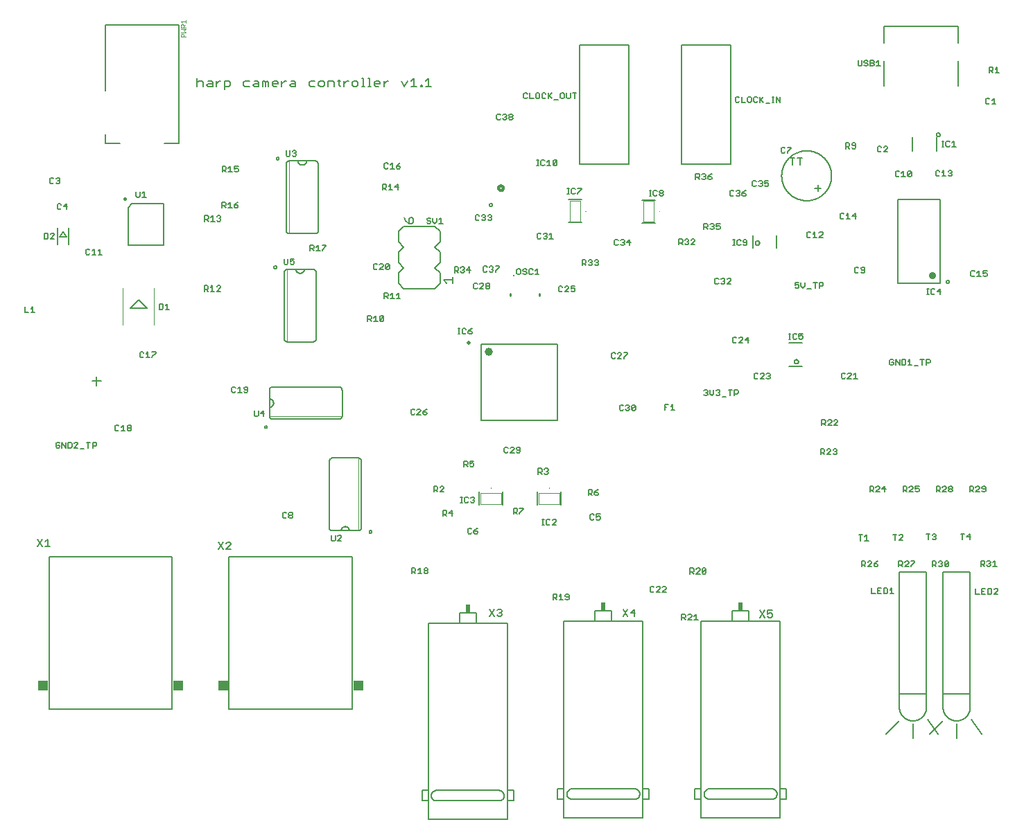
<source format=gbr>
G04 EAGLE Gerber RS-274X export*
G75*
%MOMM*%
%FSLAX34Y34*%
%LPD*%
%INSilkscreen Top*%
%IPPOS*%
%AMOC8*
5,1,8,0,0,1.08239X$1,22.5*%
G01*
%ADD10C,0.203200*%
%ADD11C,0.152400*%
%ADD12C,0.127000*%
%ADD13R,0.508000X1.016000*%
%ADD14C,0.304800*%
%ADD15C,0.884400*%
%ADD16C,0.010000*%
%ADD17C,0.075000*%
%ADD18C,1.000000*%
%ADD19C,0.500000*%
%ADD20C,0.200000*%
%ADD21C,0.282838*%
%ADD22C,0.254000*%
%ADD23R,1.275000X1.143000*%
%ADD24R,1.250000X1.143000*%
%ADD25C,0.250000*%
%ADD26C,0.101600*%
%ADD27C,0.050800*%


D10*
X245872Y755405D02*
X245872Y744728D01*
X245872Y750067D02*
X247652Y751846D01*
X251211Y751846D01*
X252990Y750067D01*
X252990Y744728D01*
X259345Y751846D02*
X262905Y751846D01*
X264684Y750067D01*
X264684Y744728D01*
X259345Y744728D01*
X257566Y746508D01*
X259345Y748287D01*
X264684Y748287D01*
X269260Y744728D02*
X269260Y751846D01*
X269260Y748287D02*
X272819Y751846D01*
X274599Y751846D01*
X279005Y751846D02*
X279005Y741169D01*
X279005Y751846D02*
X284343Y751846D01*
X286123Y750067D01*
X286123Y746508D01*
X284343Y744728D01*
X279005Y744728D01*
X304172Y751846D02*
X309511Y751846D01*
X304172Y751846D02*
X302393Y750067D01*
X302393Y746508D01*
X304172Y744728D01*
X309511Y744728D01*
X315866Y751846D02*
X319425Y751846D01*
X321205Y750067D01*
X321205Y744728D01*
X315866Y744728D01*
X314087Y746508D01*
X315866Y748287D01*
X321205Y748287D01*
X325781Y744728D02*
X325781Y751846D01*
X327560Y751846D01*
X329340Y750067D01*
X329340Y744728D01*
X329340Y750067D02*
X331119Y751846D01*
X332899Y750067D01*
X332899Y744728D01*
X339254Y744728D02*
X342813Y744728D01*
X339254Y744728D02*
X337475Y746508D01*
X337475Y750067D01*
X339254Y751846D01*
X342813Y751846D01*
X344593Y750067D01*
X344593Y748287D01*
X337475Y748287D01*
X349169Y744728D02*
X349169Y751846D01*
X349169Y748287D02*
X352728Y751846D01*
X354507Y751846D01*
X360693Y751846D02*
X364252Y751846D01*
X366032Y750067D01*
X366032Y744728D01*
X360693Y744728D01*
X358914Y746508D01*
X360693Y748287D01*
X366032Y748287D01*
X384081Y751846D02*
X389420Y751846D01*
X384081Y751846D02*
X382302Y750067D01*
X382302Y746508D01*
X384081Y744728D01*
X389420Y744728D01*
X395775Y744728D02*
X399334Y744728D01*
X401114Y746508D01*
X401114Y750067D01*
X399334Y751846D01*
X395775Y751846D01*
X393996Y750067D01*
X393996Y746508D01*
X395775Y744728D01*
X405690Y744728D02*
X405690Y751846D01*
X411028Y751846D01*
X412808Y750067D01*
X412808Y744728D01*
X419163Y746508D02*
X419163Y753626D01*
X419163Y746508D02*
X420943Y744728D01*
X420943Y751846D02*
X417384Y751846D01*
X425180Y751846D02*
X425180Y744728D01*
X425180Y748287D02*
X428739Y751846D01*
X430518Y751846D01*
X436704Y744728D02*
X440263Y744728D01*
X442043Y746508D01*
X442043Y750067D01*
X440263Y751846D01*
X436704Y751846D01*
X434924Y750067D01*
X434924Y746508D01*
X436704Y744728D01*
X446618Y755405D02*
X448398Y755405D01*
X448398Y744728D01*
X450177Y744728D02*
X446618Y744728D01*
X454414Y755405D02*
X456194Y755405D01*
X456194Y744728D01*
X457973Y744728D02*
X454414Y744728D01*
X463990Y744728D02*
X467549Y744728D01*
X463990Y744728D02*
X462210Y746508D01*
X462210Y750067D01*
X463990Y751846D01*
X467549Y751846D01*
X469328Y750067D01*
X469328Y748287D01*
X462210Y748287D01*
X473904Y744728D02*
X473904Y751846D01*
X473904Y748287D02*
X477463Y751846D01*
X479243Y751846D01*
X495343Y751846D02*
X498902Y744728D01*
X502461Y751846D01*
X507037Y751846D02*
X510596Y755405D01*
X510596Y744728D01*
X507037Y744728D02*
X514155Y744728D01*
X518731Y744728D02*
X518731Y746508D01*
X520511Y746508D01*
X520511Y744728D01*
X518731Y744728D01*
X524578Y751846D02*
X528137Y755405D01*
X528137Y744728D01*
X524578Y744728D02*
X531696Y744728D01*
X128364Y384817D02*
X117856Y384817D01*
X123110Y390071D02*
X123110Y379563D01*
D11*
X340361Y522478D02*
X341886Y522478D01*
X342649Y523241D01*
X342649Y524766D01*
X341886Y525529D01*
X340361Y525529D01*
X339598Y524766D01*
X339598Y523241D01*
X340361Y522478D01*
X343409Y655320D02*
X344934Y655320D01*
X345697Y656083D01*
X345697Y657608D01*
X344934Y658371D01*
X343409Y658371D01*
X342646Y657608D01*
X342646Y656083D01*
X343409Y655320D01*
X330456Y327152D02*
X328931Y327152D01*
X330456Y327152D02*
X331219Y327915D01*
X331219Y329440D01*
X330456Y330203D01*
X328931Y330203D01*
X328168Y329440D01*
X328168Y327915D01*
X328931Y327152D01*
X456693Y198882D02*
X458218Y198882D01*
X458981Y199645D01*
X458981Y201170D01*
X458218Y201933D01*
X456693Y201933D01*
X455930Y201170D01*
X455930Y199645D01*
X456693Y198882D01*
X603759Y598678D02*
X605284Y598678D01*
X606047Y599441D01*
X606047Y600966D01*
X605284Y601729D01*
X603759Y601729D01*
X602996Y600966D01*
X602996Y599441D01*
X603759Y598678D01*
X1161797Y504698D02*
X1163322Y504698D01*
X1164085Y505461D01*
X1164085Y506986D01*
X1163322Y507749D01*
X1161797Y507749D01*
X1161034Y506986D01*
X1161034Y505461D01*
X1161797Y504698D01*
D12*
X693584Y90932D02*
X693584Y-113538D01*
X693584Y-126238D01*
X693584Y-149098D01*
X790104Y-149098D01*
X790104Y-126238D01*
X790104Y-113538D01*
X790104Y90932D01*
X693584Y-126238D02*
X685964Y-126238D01*
X685964Y-113538D01*
X790104Y-113538D02*
X797724Y-113538D01*
X797724Y-126238D01*
X790104Y-126238D01*
X779944Y-113538D02*
X703744Y-113538D01*
X779944Y-113538D02*
X780102Y-113540D01*
X780261Y-113546D01*
X780419Y-113556D01*
X780576Y-113570D01*
X780734Y-113587D01*
X780890Y-113609D01*
X781047Y-113634D01*
X781202Y-113664D01*
X781357Y-113697D01*
X781511Y-113734D01*
X781664Y-113775D01*
X781816Y-113820D01*
X781966Y-113869D01*
X782116Y-113921D01*
X782264Y-113977D01*
X782411Y-114037D01*
X782556Y-114100D01*
X782699Y-114167D01*
X782841Y-114237D01*
X782981Y-114311D01*
X783119Y-114389D01*
X783255Y-114470D01*
X783389Y-114554D01*
X783521Y-114641D01*
X783651Y-114732D01*
X783778Y-114826D01*
X783903Y-114923D01*
X784026Y-115024D01*
X784146Y-115127D01*
X784263Y-115233D01*
X784378Y-115342D01*
X784490Y-115454D01*
X784599Y-115569D01*
X784705Y-115686D01*
X784808Y-115806D01*
X784909Y-115929D01*
X785006Y-116054D01*
X785100Y-116181D01*
X785191Y-116311D01*
X785278Y-116443D01*
X785362Y-116577D01*
X785443Y-116713D01*
X785521Y-116851D01*
X785595Y-116991D01*
X785665Y-117133D01*
X785732Y-117276D01*
X785795Y-117421D01*
X785855Y-117568D01*
X785911Y-117716D01*
X785963Y-117866D01*
X786012Y-118016D01*
X786057Y-118168D01*
X786098Y-118321D01*
X786135Y-118475D01*
X786168Y-118630D01*
X786198Y-118785D01*
X786223Y-118942D01*
X786245Y-119098D01*
X786262Y-119256D01*
X786276Y-119413D01*
X786286Y-119571D01*
X786292Y-119730D01*
X786294Y-119888D01*
X786292Y-120046D01*
X786286Y-120205D01*
X786276Y-120363D01*
X786262Y-120520D01*
X786245Y-120678D01*
X786223Y-120834D01*
X786198Y-120991D01*
X786168Y-121146D01*
X786135Y-121301D01*
X786098Y-121455D01*
X786057Y-121608D01*
X786012Y-121760D01*
X785963Y-121910D01*
X785911Y-122060D01*
X785855Y-122208D01*
X785795Y-122355D01*
X785732Y-122500D01*
X785665Y-122643D01*
X785595Y-122785D01*
X785521Y-122925D01*
X785443Y-123063D01*
X785362Y-123199D01*
X785278Y-123333D01*
X785191Y-123465D01*
X785100Y-123595D01*
X785006Y-123722D01*
X784909Y-123847D01*
X784808Y-123970D01*
X784705Y-124090D01*
X784599Y-124207D01*
X784490Y-124322D01*
X784378Y-124434D01*
X784263Y-124543D01*
X784146Y-124649D01*
X784026Y-124752D01*
X783903Y-124853D01*
X783778Y-124950D01*
X783651Y-125044D01*
X783521Y-125135D01*
X783389Y-125222D01*
X783255Y-125306D01*
X783119Y-125387D01*
X782981Y-125465D01*
X782841Y-125539D01*
X782699Y-125609D01*
X782556Y-125676D01*
X782411Y-125739D01*
X782264Y-125799D01*
X782116Y-125855D01*
X781966Y-125907D01*
X781816Y-125956D01*
X781664Y-126001D01*
X781511Y-126042D01*
X781357Y-126079D01*
X781202Y-126112D01*
X781047Y-126142D01*
X780890Y-126167D01*
X780734Y-126189D01*
X780576Y-126206D01*
X780419Y-126220D01*
X780261Y-126230D01*
X780102Y-126236D01*
X779944Y-126238D01*
X703744Y-126238D01*
X703586Y-126236D01*
X703427Y-126230D01*
X703269Y-126220D01*
X703112Y-126206D01*
X702954Y-126189D01*
X702798Y-126167D01*
X702641Y-126142D01*
X702486Y-126112D01*
X702331Y-126079D01*
X702177Y-126042D01*
X702024Y-126001D01*
X701872Y-125956D01*
X701722Y-125907D01*
X701572Y-125855D01*
X701424Y-125799D01*
X701277Y-125739D01*
X701132Y-125676D01*
X700989Y-125609D01*
X700847Y-125539D01*
X700707Y-125465D01*
X700569Y-125387D01*
X700433Y-125306D01*
X700299Y-125222D01*
X700167Y-125135D01*
X700037Y-125044D01*
X699910Y-124950D01*
X699785Y-124853D01*
X699662Y-124752D01*
X699542Y-124649D01*
X699425Y-124543D01*
X699310Y-124434D01*
X699198Y-124322D01*
X699089Y-124207D01*
X698983Y-124090D01*
X698880Y-123970D01*
X698779Y-123847D01*
X698682Y-123722D01*
X698588Y-123595D01*
X698497Y-123465D01*
X698410Y-123333D01*
X698326Y-123199D01*
X698245Y-123063D01*
X698167Y-122925D01*
X698093Y-122785D01*
X698023Y-122643D01*
X697956Y-122500D01*
X697893Y-122355D01*
X697833Y-122208D01*
X697777Y-122060D01*
X697725Y-121910D01*
X697676Y-121760D01*
X697631Y-121608D01*
X697590Y-121455D01*
X697553Y-121301D01*
X697520Y-121146D01*
X697490Y-120991D01*
X697465Y-120834D01*
X697443Y-120678D01*
X697426Y-120520D01*
X697412Y-120363D01*
X697402Y-120205D01*
X697396Y-120046D01*
X697394Y-119888D01*
X697396Y-119730D01*
X697402Y-119571D01*
X697412Y-119413D01*
X697426Y-119256D01*
X697443Y-119098D01*
X697465Y-118942D01*
X697490Y-118785D01*
X697520Y-118630D01*
X697553Y-118475D01*
X697590Y-118321D01*
X697631Y-118168D01*
X697676Y-118016D01*
X697725Y-117866D01*
X697777Y-117716D01*
X697833Y-117568D01*
X697893Y-117421D01*
X697956Y-117276D01*
X698023Y-117133D01*
X698093Y-116991D01*
X698167Y-116851D01*
X698245Y-116713D01*
X698326Y-116577D01*
X698410Y-116443D01*
X698497Y-116311D01*
X698588Y-116181D01*
X698682Y-116054D01*
X698779Y-115929D01*
X698880Y-115806D01*
X698983Y-115686D01*
X699089Y-115569D01*
X699198Y-115454D01*
X699310Y-115342D01*
X699425Y-115233D01*
X699542Y-115127D01*
X699662Y-115024D01*
X699785Y-114923D01*
X699910Y-114826D01*
X700037Y-114732D01*
X700167Y-114641D01*
X700299Y-114554D01*
X700433Y-114470D01*
X700569Y-114389D01*
X700707Y-114311D01*
X700847Y-114237D01*
X700989Y-114167D01*
X701132Y-114100D01*
X701277Y-114037D01*
X701424Y-113977D01*
X701572Y-113921D01*
X701722Y-113869D01*
X701872Y-113820D01*
X702024Y-113775D01*
X702177Y-113734D01*
X702331Y-113697D01*
X702486Y-113664D01*
X702641Y-113634D01*
X702798Y-113609D01*
X702954Y-113587D01*
X703112Y-113570D01*
X703269Y-113556D01*
X703427Y-113546D01*
X703586Y-113540D01*
X703744Y-113538D01*
X693584Y-113538D02*
X685964Y-113538D01*
X693584Y91186D02*
X790104Y91186D01*
X731684Y90932D02*
X731684Y103632D01*
X752004Y103632D01*
X752004Y90932D01*
D13*
X741844Y108712D03*
D11*
X765810Y105491D02*
X771572Y96848D01*
X765810Y96848D02*
X771572Y105491D01*
X779487Y105491D02*
X779487Y96848D01*
X775165Y101170D02*
X779487Y105491D01*
X780927Y101170D02*
X775165Y101170D01*
D12*
X861224Y90932D02*
X861224Y-113538D01*
X861224Y-126238D01*
X861224Y-149098D01*
X957744Y-149098D01*
X957744Y-126238D01*
X957744Y-113538D01*
X957744Y90932D01*
X861224Y-126238D02*
X853604Y-126238D01*
X853604Y-113538D01*
X957744Y-113538D02*
X965364Y-113538D01*
X965364Y-126238D01*
X957744Y-126238D01*
X947584Y-113538D02*
X871384Y-113538D01*
X947584Y-113538D02*
X947742Y-113540D01*
X947901Y-113546D01*
X948059Y-113556D01*
X948216Y-113570D01*
X948374Y-113587D01*
X948530Y-113609D01*
X948687Y-113634D01*
X948842Y-113664D01*
X948997Y-113697D01*
X949151Y-113734D01*
X949304Y-113775D01*
X949456Y-113820D01*
X949606Y-113869D01*
X949756Y-113921D01*
X949904Y-113977D01*
X950051Y-114037D01*
X950196Y-114100D01*
X950339Y-114167D01*
X950481Y-114237D01*
X950621Y-114311D01*
X950759Y-114389D01*
X950895Y-114470D01*
X951029Y-114554D01*
X951161Y-114641D01*
X951291Y-114732D01*
X951418Y-114826D01*
X951543Y-114923D01*
X951666Y-115024D01*
X951786Y-115127D01*
X951903Y-115233D01*
X952018Y-115342D01*
X952130Y-115454D01*
X952239Y-115569D01*
X952345Y-115686D01*
X952448Y-115806D01*
X952549Y-115929D01*
X952646Y-116054D01*
X952740Y-116181D01*
X952831Y-116311D01*
X952918Y-116443D01*
X953002Y-116577D01*
X953083Y-116713D01*
X953161Y-116851D01*
X953235Y-116991D01*
X953305Y-117133D01*
X953372Y-117276D01*
X953435Y-117421D01*
X953495Y-117568D01*
X953551Y-117716D01*
X953603Y-117866D01*
X953652Y-118016D01*
X953697Y-118168D01*
X953738Y-118321D01*
X953775Y-118475D01*
X953808Y-118630D01*
X953838Y-118785D01*
X953863Y-118942D01*
X953885Y-119098D01*
X953902Y-119256D01*
X953916Y-119413D01*
X953926Y-119571D01*
X953932Y-119730D01*
X953934Y-119888D01*
X953932Y-120046D01*
X953926Y-120205D01*
X953916Y-120363D01*
X953902Y-120520D01*
X953885Y-120678D01*
X953863Y-120834D01*
X953838Y-120991D01*
X953808Y-121146D01*
X953775Y-121301D01*
X953738Y-121455D01*
X953697Y-121608D01*
X953652Y-121760D01*
X953603Y-121910D01*
X953551Y-122060D01*
X953495Y-122208D01*
X953435Y-122355D01*
X953372Y-122500D01*
X953305Y-122643D01*
X953235Y-122785D01*
X953161Y-122925D01*
X953083Y-123063D01*
X953002Y-123199D01*
X952918Y-123333D01*
X952831Y-123465D01*
X952740Y-123595D01*
X952646Y-123722D01*
X952549Y-123847D01*
X952448Y-123970D01*
X952345Y-124090D01*
X952239Y-124207D01*
X952130Y-124322D01*
X952018Y-124434D01*
X951903Y-124543D01*
X951786Y-124649D01*
X951666Y-124752D01*
X951543Y-124853D01*
X951418Y-124950D01*
X951291Y-125044D01*
X951161Y-125135D01*
X951029Y-125222D01*
X950895Y-125306D01*
X950759Y-125387D01*
X950621Y-125465D01*
X950481Y-125539D01*
X950339Y-125609D01*
X950196Y-125676D01*
X950051Y-125739D01*
X949904Y-125799D01*
X949756Y-125855D01*
X949606Y-125907D01*
X949456Y-125956D01*
X949304Y-126001D01*
X949151Y-126042D01*
X948997Y-126079D01*
X948842Y-126112D01*
X948687Y-126142D01*
X948530Y-126167D01*
X948374Y-126189D01*
X948216Y-126206D01*
X948059Y-126220D01*
X947901Y-126230D01*
X947742Y-126236D01*
X947584Y-126238D01*
X871384Y-126238D01*
X871226Y-126236D01*
X871067Y-126230D01*
X870909Y-126220D01*
X870752Y-126206D01*
X870594Y-126189D01*
X870438Y-126167D01*
X870281Y-126142D01*
X870126Y-126112D01*
X869971Y-126079D01*
X869817Y-126042D01*
X869664Y-126001D01*
X869512Y-125956D01*
X869362Y-125907D01*
X869212Y-125855D01*
X869064Y-125799D01*
X868917Y-125739D01*
X868772Y-125676D01*
X868629Y-125609D01*
X868487Y-125539D01*
X868347Y-125465D01*
X868209Y-125387D01*
X868073Y-125306D01*
X867939Y-125222D01*
X867807Y-125135D01*
X867677Y-125044D01*
X867550Y-124950D01*
X867425Y-124853D01*
X867302Y-124752D01*
X867182Y-124649D01*
X867065Y-124543D01*
X866950Y-124434D01*
X866838Y-124322D01*
X866729Y-124207D01*
X866623Y-124090D01*
X866520Y-123970D01*
X866419Y-123847D01*
X866322Y-123722D01*
X866228Y-123595D01*
X866137Y-123465D01*
X866050Y-123333D01*
X865966Y-123199D01*
X865885Y-123063D01*
X865807Y-122925D01*
X865733Y-122785D01*
X865663Y-122643D01*
X865596Y-122500D01*
X865533Y-122355D01*
X865473Y-122208D01*
X865417Y-122060D01*
X865365Y-121910D01*
X865316Y-121760D01*
X865271Y-121608D01*
X865230Y-121455D01*
X865193Y-121301D01*
X865160Y-121146D01*
X865130Y-120991D01*
X865105Y-120834D01*
X865083Y-120678D01*
X865066Y-120520D01*
X865052Y-120363D01*
X865042Y-120205D01*
X865036Y-120046D01*
X865034Y-119888D01*
X865036Y-119730D01*
X865042Y-119571D01*
X865052Y-119413D01*
X865066Y-119256D01*
X865083Y-119098D01*
X865105Y-118942D01*
X865130Y-118785D01*
X865160Y-118630D01*
X865193Y-118475D01*
X865230Y-118321D01*
X865271Y-118168D01*
X865316Y-118016D01*
X865365Y-117866D01*
X865417Y-117716D01*
X865473Y-117568D01*
X865533Y-117421D01*
X865596Y-117276D01*
X865663Y-117133D01*
X865733Y-116991D01*
X865807Y-116851D01*
X865885Y-116713D01*
X865966Y-116577D01*
X866050Y-116443D01*
X866137Y-116311D01*
X866228Y-116181D01*
X866322Y-116054D01*
X866419Y-115929D01*
X866520Y-115806D01*
X866623Y-115686D01*
X866729Y-115569D01*
X866838Y-115454D01*
X866950Y-115342D01*
X867065Y-115233D01*
X867182Y-115127D01*
X867302Y-115024D01*
X867425Y-114923D01*
X867550Y-114826D01*
X867677Y-114732D01*
X867807Y-114641D01*
X867939Y-114554D01*
X868073Y-114470D01*
X868209Y-114389D01*
X868347Y-114311D01*
X868487Y-114237D01*
X868629Y-114167D01*
X868772Y-114100D01*
X868917Y-114037D01*
X869064Y-113977D01*
X869212Y-113921D01*
X869362Y-113869D01*
X869512Y-113820D01*
X869664Y-113775D01*
X869817Y-113734D01*
X869971Y-113697D01*
X870126Y-113664D01*
X870281Y-113634D01*
X870438Y-113609D01*
X870594Y-113587D01*
X870752Y-113570D01*
X870909Y-113556D01*
X871067Y-113546D01*
X871226Y-113540D01*
X871384Y-113538D01*
X861224Y-113538D02*
X853604Y-113538D01*
X861224Y91186D02*
X957744Y91186D01*
X899324Y90932D02*
X899324Y103632D01*
X919644Y103632D01*
X919644Y90932D01*
D13*
X909484Y108712D03*
D11*
X932942Y104475D02*
X938704Y95832D01*
X932942Y95832D02*
X938704Y104475D01*
X942297Y104475D02*
X948059Y104475D01*
X942297Y104475D02*
X942297Y100154D01*
X945178Y101594D01*
X946619Y101594D01*
X948059Y100154D01*
X948059Y97273D01*
X946619Y95832D01*
X943738Y95832D01*
X942297Y97273D01*
D12*
X527976Y88900D02*
X527976Y-115570D01*
X527976Y-128270D01*
X527976Y-151130D01*
X624496Y-151130D01*
X624496Y-128270D01*
X624496Y-115570D01*
X624496Y88900D01*
X527976Y-128270D02*
X520356Y-128270D01*
X520356Y-115570D01*
X624496Y-115570D02*
X632116Y-115570D01*
X632116Y-128270D01*
X624496Y-128270D01*
X614336Y-115570D02*
X538136Y-115570D01*
X614336Y-115570D02*
X614494Y-115572D01*
X614653Y-115578D01*
X614811Y-115588D01*
X614968Y-115602D01*
X615126Y-115619D01*
X615282Y-115641D01*
X615439Y-115666D01*
X615594Y-115696D01*
X615749Y-115729D01*
X615903Y-115766D01*
X616056Y-115807D01*
X616208Y-115852D01*
X616358Y-115901D01*
X616508Y-115953D01*
X616656Y-116009D01*
X616803Y-116069D01*
X616948Y-116132D01*
X617091Y-116199D01*
X617233Y-116269D01*
X617373Y-116343D01*
X617511Y-116421D01*
X617647Y-116502D01*
X617781Y-116586D01*
X617913Y-116673D01*
X618043Y-116764D01*
X618170Y-116858D01*
X618295Y-116955D01*
X618418Y-117056D01*
X618538Y-117159D01*
X618655Y-117265D01*
X618770Y-117374D01*
X618882Y-117486D01*
X618991Y-117601D01*
X619097Y-117718D01*
X619200Y-117838D01*
X619301Y-117961D01*
X619398Y-118086D01*
X619492Y-118213D01*
X619583Y-118343D01*
X619670Y-118475D01*
X619754Y-118609D01*
X619835Y-118745D01*
X619913Y-118883D01*
X619987Y-119023D01*
X620057Y-119165D01*
X620124Y-119308D01*
X620187Y-119453D01*
X620247Y-119600D01*
X620303Y-119748D01*
X620355Y-119898D01*
X620404Y-120048D01*
X620449Y-120200D01*
X620490Y-120353D01*
X620527Y-120507D01*
X620560Y-120662D01*
X620590Y-120817D01*
X620615Y-120974D01*
X620637Y-121130D01*
X620654Y-121288D01*
X620668Y-121445D01*
X620678Y-121603D01*
X620684Y-121762D01*
X620686Y-121920D01*
X620684Y-122078D01*
X620678Y-122237D01*
X620668Y-122395D01*
X620654Y-122552D01*
X620637Y-122710D01*
X620615Y-122866D01*
X620590Y-123023D01*
X620560Y-123178D01*
X620527Y-123333D01*
X620490Y-123487D01*
X620449Y-123640D01*
X620404Y-123792D01*
X620355Y-123942D01*
X620303Y-124092D01*
X620247Y-124240D01*
X620187Y-124387D01*
X620124Y-124532D01*
X620057Y-124675D01*
X619987Y-124817D01*
X619913Y-124957D01*
X619835Y-125095D01*
X619754Y-125231D01*
X619670Y-125365D01*
X619583Y-125497D01*
X619492Y-125627D01*
X619398Y-125754D01*
X619301Y-125879D01*
X619200Y-126002D01*
X619097Y-126122D01*
X618991Y-126239D01*
X618882Y-126354D01*
X618770Y-126466D01*
X618655Y-126575D01*
X618538Y-126681D01*
X618418Y-126784D01*
X618295Y-126885D01*
X618170Y-126982D01*
X618043Y-127076D01*
X617913Y-127167D01*
X617781Y-127254D01*
X617647Y-127338D01*
X617511Y-127419D01*
X617373Y-127497D01*
X617233Y-127571D01*
X617091Y-127641D01*
X616948Y-127708D01*
X616803Y-127771D01*
X616656Y-127831D01*
X616508Y-127887D01*
X616358Y-127939D01*
X616208Y-127988D01*
X616056Y-128033D01*
X615903Y-128074D01*
X615749Y-128111D01*
X615594Y-128144D01*
X615439Y-128174D01*
X615282Y-128199D01*
X615126Y-128221D01*
X614968Y-128238D01*
X614811Y-128252D01*
X614653Y-128262D01*
X614494Y-128268D01*
X614336Y-128270D01*
X538136Y-128270D01*
X537978Y-128268D01*
X537819Y-128262D01*
X537661Y-128252D01*
X537504Y-128238D01*
X537346Y-128221D01*
X537190Y-128199D01*
X537033Y-128174D01*
X536878Y-128144D01*
X536723Y-128111D01*
X536569Y-128074D01*
X536416Y-128033D01*
X536264Y-127988D01*
X536114Y-127939D01*
X535964Y-127887D01*
X535816Y-127831D01*
X535669Y-127771D01*
X535524Y-127708D01*
X535381Y-127641D01*
X535239Y-127571D01*
X535099Y-127497D01*
X534961Y-127419D01*
X534825Y-127338D01*
X534691Y-127254D01*
X534559Y-127167D01*
X534429Y-127076D01*
X534302Y-126982D01*
X534177Y-126885D01*
X534054Y-126784D01*
X533934Y-126681D01*
X533817Y-126575D01*
X533702Y-126466D01*
X533590Y-126354D01*
X533481Y-126239D01*
X533375Y-126122D01*
X533272Y-126002D01*
X533171Y-125879D01*
X533074Y-125754D01*
X532980Y-125627D01*
X532889Y-125497D01*
X532802Y-125365D01*
X532718Y-125231D01*
X532637Y-125095D01*
X532559Y-124957D01*
X532485Y-124817D01*
X532415Y-124675D01*
X532348Y-124532D01*
X532285Y-124387D01*
X532225Y-124240D01*
X532169Y-124092D01*
X532117Y-123942D01*
X532068Y-123792D01*
X532023Y-123640D01*
X531982Y-123487D01*
X531945Y-123333D01*
X531912Y-123178D01*
X531882Y-123023D01*
X531857Y-122866D01*
X531835Y-122710D01*
X531818Y-122552D01*
X531804Y-122395D01*
X531794Y-122237D01*
X531788Y-122078D01*
X531786Y-121920D01*
X531788Y-121762D01*
X531794Y-121603D01*
X531804Y-121445D01*
X531818Y-121288D01*
X531835Y-121130D01*
X531857Y-120974D01*
X531882Y-120817D01*
X531912Y-120662D01*
X531945Y-120507D01*
X531982Y-120353D01*
X532023Y-120200D01*
X532068Y-120048D01*
X532117Y-119898D01*
X532169Y-119748D01*
X532225Y-119600D01*
X532285Y-119453D01*
X532348Y-119308D01*
X532415Y-119165D01*
X532485Y-119023D01*
X532559Y-118883D01*
X532637Y-118745D01*
X532718Y-118609D01*
X532802Y-118475D01*
X532889Y-118343D01*
X532980Y-118213D01*
X533074Y-118086D01*
X533171Y-117961D01*
X533272Y-117838D01*
X533375Y-117718D01*
X533481Y-117601D01*
X533590Y-117486D01*
X533702Y-117374D01*
X533817Y-117265D01*
X533934Y-117159D01*
X534054Y-117056D01*
X534177Y-116955D01*
X534302Y-116858D01*
X534429Y-116764D01*
X534559Y-116673D01*
X534691Y-116586D01*
X534825Y-116502D01*
X534961Y-116421D01*
X535099Y-116343D01*
X535239Y-116269D01*
X535381Y-116199D01*
X535524Y-116132D01*
X535669Y-116069D01*
X535816Y-116009D01*
X535964Y-115953D01*
X536114Y-115901D01*
X536264Y-115852D01*
X536416Y-115807D01*
X536569Y-115766D01*
X536723Y-115729D01*
X536878Y-115696D01*
X537033Y-115666D01*
X537190Y-115641D01*
X537346Y-115619D01*
X537504Y-115602D01*
X537661Y-115588D01*
X537819Y-115578D01*
X537978Y-115572D01*
X538136Y-115570D01*
X527976Y-115570D02*
X520356Y-115570D01*
X527976Y89154D02*
X624496Y89154D01*
X566076Y88900D02*
X566076Y101600D01*
X586396Y101600D01*
X586396Y88900D01*
D13*
X576236Y106680D03*
D11*
X602742Y105999D02*
X608504Y97356D01*
X602742Y97356D02*
X608504Y105999D01*
X612097Y104559D02*
X613538Y105999D01*
X616419Y105999D01*
X617859Y104559D01*
X617859Y103118D01*
X616419Y101678D01*
X614978Y101678D01*
X616419Y101678D02*
X617859Y100237D01*
X617859Y98797D01*
X616419Y97356D01*
X613538Y97356D01*
X612097Y98797D01*
D12*
X837536Y795484D02*
X897536Y795484D01*
X897536Y650484D01*
X837536Y650484D01*
X837536Y795484D01*
X906521Y732541D02*
X907665Y731397D01*
X906521Y732541D02*
X904233Y732541D01*
X903089Y731397D01*
X903089Y726821D01*
X904233Y725677D01*
X906521Y725677D01*
X907665Y726821D01*
X910573Y725677D02*
X910573Y732541D01*
X910573Y725677D02*
X915149Y725677D01*
X919201Y732541D02*
X921489Y732541D01*
X919201Y732541D02*
X918057Y731397D01*
X918057Y726821D01*
X919201Y725677D01*
X921489Y725677D01*
X922633Y726821D01*
X922633Y731397D01*
X921489Y732541D01*
X928973Y732541D02*
X930117Y731397D01*
X928973Y732541D02*
X926685Y732541D01*
X925541Y731397D01*
X925541Y726821D01*
X926685Y725677D01*
X928973Y725677D01*
X930117Y726821D01*
X933026Y725677D02*
X933026Y732541D01*
X933026Y727965D02*
X937602Y732541D01*
X934170Y729109D02*
X937602Y725677D01*
X940510Y724533D02*
X945086Y724533D01*
X947994Y725677D02*
X950282Y725677D01*
X949138Y725677D02*
X949138Y732541D01*
X947994Y732541D02*
X950282Y732541D01*
X952983Y732541D02*
X952983Y725677D01*
X957559Y725677D02*
X952983Y732541D01*
X957559Y732541D02*
X957559Y725677D01*
X772536Y795484D02*
X712536Y795484D01*
X772536Y795484D02*
X772536Y650484D01*
X712536Y650484D01*
X712536Y795484D01*
X649093Y735937D02*
X647949Y737081D01*
X645661Y737081D01*
X644517Y735937D01*
X644517Y731361D01*
X645661Y730217D01*
X647949Y730217D01*
X649093Y731361D01*
X652001Y730217D02*
X652001Y737081D01*
X652001Y730217D02*
X656577Y730217D01*
X660629Y737081D02*
X662917Y737081D01*
X660629Y737081D02*
X659485Y735937D01*
X659485Y731361D01*
X660629Y730217D01*
X662917Y730217D01*
X664061Y731361D01*
X664061Y735937D01*
X662917Y737081D01*
X670401Y737081D02*
X671545Y735937D01*
X670401Y737081D02*
X668113Y737081D01*
X666969Y735937D01*
X666969Y731361D01*
X668113Y730217D01*
X670401Y730217D01*
X671545Y731361D01*
X674454Y730217D02*
X674454Y737081D01*
X674454Y732505D02*
X679030Y737081D01*
X675598Y733649D02*
X679030Y730217D01*
X681938Y729073D02*
X686514Y729073D01*
X690566Y737081D02*
X692854Y737081D01*
X690566Y737081D02*
X689422Y735937D01*
X689422Y731361D01*
X690566Y730217D01*
X692854Y730217D01*
X693998Y731361D01*
X693998Y735937D01*
X692854Y737081D01*
X696906Y737081D02*
X696906Y731361D01*
X698050Y730217D01*
X700338Y730217D01*
X701482Y731361D01*
X701482Y737081D01*
X706678Y737081D02*
X706678Y730217D01*
X704390Y737081D02*
X708966Y737081D01*
X589153Y588045D02*
X590297Y586901D01*
X589153Y588045D02*
X586865Y588045D01*
X585721Y586901D01*
X585721Y582325D01*
X586865Y581181D01*
X589153Y581181D01*
X590297Y582325D01*
X593205Y586901D02*
X594349Y588045D01*
X596637Y588045D01*
X597781Y586901D01*
X597781Y585757D01*
X596637Y584613D01*
X595493Y584613D01*
X596637Y584613D02*
X597781Y583469D01*
X597781Y582325D01*
X596637Y581181D01*
X594349Y581181D01*
X593205Y582325D01*
X600689Y586901D02*
X601833Y588045D01*
X604121Y588045D01*
X605265Y586901D01*
X605265Y585757D01*
X604121Y584613D01*
X602977Y584613D01*
X604121Y584613D02*
X605265Y583469D01*
X605265Y582325D01*
X604121Y581181D01*
X601833Y581181D01*
X600689Y582325D01*
D14*
X613970Y620646D02*
X613972Y620752D01*
X613978Y620858D01*
X613988Y620964D01*
X614002Y621069D01*
X614020Y621174D01*
X614041Y621278D01*
X614067Y621381D01*
X614096Y621483D01*
X614129Y621584D01*
X614166Y621684D01*
X614207Y621782D01*
X614251Y621878D01*
X614299Y621973D01*
X614350Y622066D01*
X614405Y622157D01*
X614463Y622246D01*
X614525Y622332D01*
X614590Y622417D01*
X614657Y622498D01*
X614728Y622578D01*
X614802Y622654D01*
X614878Y622728D01*
X614958Y622799D01*
X615039Y622866D01*
X615124Y622931D01*
X615210Y622993D01*
X615299Y623051D01*
X615390Y623106D01*
X615483Y623157D01*
X615578Y623205D01*
X615674Y623249D01*
X615772Y623290D01*
X615872Y623327D01*
X615973Y623360D01*
X616075Y623389D01*
X616178Y623415D01*
X616282Y623436D01*
X616387Y623454D01*
X616492Y623468D01*
X616598Y623478D01*
X616704Y623484D01*
X616810Y623486D01*
X616916Y623484D01*
X617022Y623478D01*
X617128Y623468D01*
X617233Y623454D01*
X617338Y623436D01*
X617442Y623415D01*
X617545Y623389D01*
X617647Y623360D01*
X617748Y623327D01*
X617848Y623290D01*
X617946Y623249D01*
X618042Y623205D01*
X618137Y623157D01*
X618230Y623106D01*
X618321Y623051D01*
X618410Y622993D01*
X618496Y622931D01*
X618581Y622866D01*
X618662Y622799D01*
X618742Y622728D01*
X618818Y622654D01*
X618892Y622578D01*
X618963Y622498D01*
X619030Y622417D01*
X619095Y622332D01*
X619157Y622246D01*
X619215Y622157D01*
X619270Y622066D01*
X619321Y621973D01*
X619369Y621878D01*
X619413Y621782D01*
X619454Y621684D01*
X619491Y621584D01*
X619524Y621483D01*
X619553Y621381D01*
X619579Y621278D01*
X619600Y621174D01*
X619618Y621069D01*
X619632Y620964D01*
X619642Y620858D01*
X619648Y620752D01*
X619650Y620646D01*
X619648Y620540D01*
X619642Y620434D01*
X619632Y620328D01*
X619618Y620223D01*
X619600Y620118D01*
X619579Y620014D01*
X619553Y619911D01*
X619524Y619809D01*
X619491Y619708D01*
X619454Y619608D01*
X619413Y619510D01*
X619369Y619414D01*
X619321Y619319D01*
X619270Y619226D01*
X619215Y619135D01*
X619157Y619046D01*
X619095Y618960D01*
X619030Y618875D01*
X618963Y618794D01*
X618892Y618714D01*
X618818Y618638D01*
X618742Y618564D01*
X618662Y618493D01*
X618581Y618426D01*
X618496Y618361D01*
X618410Y618299D01*
X618321Y618241D01*
X618230Y618186D01*
X618137Y618135D01*
X618042Y618087D01*
X617946Y618043D01*
X617848Y618002D01*
X617748Y617965D01*
X617647Y617932D01*
X617545Y617903D01*
X617442Y617877D01*
X617338Y617856D01*
X617233Y617838D01*
X617128Y617824D01*
X617022Y617814D01*
X616916Y617808D01*
X616810Y617806D01*
X616704Y617808D01*
X616598Y617814D01*
X616492Y617824D01*
X616387Y617838D01*
X616282Y617856D01*
X616178Y617877D01*
X616075Y617903D01*
X615973Y617932D01*
X615872Y617965D01*
X615772Y618002D01*
X615674Y618043D01*
X615578Y618087D01*
X615483Y618135D01*
X615390Y618186D01*
X615299Y618241D01*
X615210Y618299D01*
X615124Y618361D01*
X615039Y618426D01*
X614958Y618493D01*
X614878Y618564D01*
X614802Y618638D01*
X614728Y618714D01*
X614657Y618794D01*
X614590Y618875D01*
X614525Y618960D01*
X614463Y619046D01*
X614405Y619135D01*
X614350Y619226D01*
X614299Y619319D01*
X614251Y619414D01*
X614207Y619510D01*
X614166Y619608D01*
X614129Y619708D01*
X614096Y619809D01*
X614067Y619911D01*
X614041Y620014D01*
X614020Y620118D01*
X614002Y620223D01*
X613988Y620328D01*
X613978Y620434D01*
X613972Y620540D01*
X613970Y620646D01*
D12*
X660647Y648433D02*
X662935Y648433D01*
X661791Y648433D02*
X661791Y655297D01*
X660647Y655297D02*
X662935Y655297D01*
X669068Y655297D02*
X670212Y654153D01*
X669068Y655297D02*
X666781Y655297D01*
X665637Y654153D01*
X665637Y649577D01*
X666781Y648433D01*
X669068Y648433D01*
X670212Y649577D01*
X673121Y653009D02*
X675409Y655297D01*
X675409Y648433D01*
X673121Y648433D02*
X677697Y648433D01*
X680605Y649577D02*
X680605Y654153D01*
X681749Y655297D01*
X684037Y655297D01*
X685181Y654153D01*
X685181Y649577D01*
X684037Y648433D01*
X681749Y648433D01*
X680605Y649577D01*
X685181Y654153D01*
X616205Y710345D02*
X615061Y711489D01*
X612773Y711489D01*
X611629Y710345D01*
X611629Y705769D01*
X612773Y704625D01*
X615061Y704625D01*
X616205Y705769D01*
X619113Y710345D02*
X620257Y711489D01*
X622545Y711489D01*
X623689Y710345D01*
X623689Y709201D01*
X622545Y708057D01*
X621401Y708057D01*
X622545Y708057D02*
X623689Y706913D01*
X623689Y705769D01*
X622545Y704625D01*
X620257Y704625D01*
X619113Y705769D01*
X626597Y710345D02*
X627741Y711489D01*
X630029Y711489D01*
X631173Y710345D01*
X631173Y709201D01*
X630029Y708057D01*
X631173Y706913D01*
X631173Y705769D01*
X630029Y704625D01*
X627741Y704625D01*
X626597Y705769D01*
X626597Y706913D01*
X627741Y708057D01*
X626597Y709201D01*
X626597Y710345D01*
X627741Y708057D02*
X630029Y708057D01*
X1034444Y589921D02*
X1035588Y588777D01*
X1034444Y589921D02*
X1032157Y589921D01*
X1031013Y588777D01*
X1031013Y584201D01*
X1032157Y583057D01*
X1034444Y583057D01*
X1035588Y584201D01*
X1038497Y587633D02*
X1040785Y589921D01*
X1040785Y583057D01*
X1038497Y583057D02*
X1043073Y583057D01*
X1049413Y583057D02*
X1049413Y589921D01*
X1045981Y586489D01*
X1050557Y586489D01*
X1052343Y524135D02*
X1053487Y522991D01*
X1052343Y524135D02*
X1050055Y524135D01*
X1048911Y522991D01*
X1048911Y518415D01*
X1050055Y517271D01*
X1052343Y517271D01*
X1053487Y518415D01*
X1056395Y518415D02*
X1057539Y517271D01*
X1059827Y517271D01*
X1060971Y518415D01*
X1060971Y522991D01*
X1059827Y524135D01*
X1057539Y524135D01*
X1056395Y522991D01*
X1056395Y521847D01*
X1057539Y520703D01*
X1060971Y520703D01*
X1194210Y519817D02*
X1195354Y518673D01*
X1194210Y519817D02*
X1191923Y519817D01*
X1190779Y518673D01*
X1190779Y514097D01*
X1191923Y512953D01*
X1194210Y512953D01*
X1195354Y514097D01*
X1198263Y517529D02*
X1200551Y519817D01*
X1200551Y512953D01*
X1198263Y512953D02*
X1202839Y512953D01*
X1205747Y519817D02*
X1210323Y519817D01*
X1205747Y519817D02*
X1205747Y516385D01*
X1208035Y517529D01*
X1209179Y517529D01*
X1210323Y516385D01*
X1210323Y514097D01*
X1209179Y512953D01*
X1206891Y512953D01*
X1205747Y514097D01*
X1081427Y670819D02*
X1080283Y671963D01*
X1077995Y671963D01*
X1076851Y670819D01*
X1076851Y666243D01*
X1077995Y665099D01*
X1080283Y665099D01*
X1081427Y666243D01*
X1084335Y665099D02*
X1088911Y665099D01*
X1084335Y665099D02*
X1088911Y669675D01*
X1088911Y670819D01*
X1087767Y671963D01*
X1085479Y671963D01*
X1084335Y670819D01*
X1102008Y641737D02*
X1103152Y640593D01*
X1102008Y641737D02*
X1099721Y641737D01*
X1098577Y640593D01*
X1098577Y636017D01*
X1099721Y634873D01*
X1102008Y634873D01*
X1103152Y636017D01*
X1106061Y639449D02*
X1108349Y641737D01*
X1108349Y634873D01*
X1106061Y634873D02*
X1110637Y634873D01*
X1113545Y636017D02*
X1113545Y640593D01*
X1114689Y641737D01*
X1116977Y641737D01*
X1118121Y640593D01*
X1118121Y636017D01*
X1116977Y634873D01*
X1114689Y634873D01*
X1113545Y636017D01*
X1118121Y640593D01*
X1151385Y642245D02*
X1152529Y641101D01*
X1151385Y642245D02*
X1149097Y642245D01*
X1147953Y641101D01*
X1147953Y636525D01*
X1149097Y635381D01*
X1151385Y635381D01*
X1152529Y636525D01*
X1155437Y639957D02*
X1157725Y642245D01*
X1157725Y635381D01*
X1155437Y635381D02*
X1160013Y635381D01*
X1162921Y641101D02*
X1164065Y642245D01*
X1166353Y642245D01*
X1167497Y641101D01*
X1167497Y639957D01*
X1166353Y638813D01*
X1165209Y638813D01*
X1166353Y638813D02*
X1167497Y637669D01*
X1167497Y636525D01*
X1166353Y635381D01*
X1164065Y635381D01*
X1162921Y636525D01*
X1037971Y669163D02*
X1037971Y676027D01*
X1041403Y676027D01*
X1042547Y674883D01*
X1042547Y672595D01*
X1041403Y671451D01*
X1037971Y671451D01*
X1040259Y671451D02*
X1042547Y669163D01*
X1045455Y670307D02*
X1046599Y669163D01*
X1048887Y669163D01*
X1050031Y670307D01*
X1050031Y674883D01*
X1048887Y676027D01*
X1046599Y676027D01*
X1045455Y674883D01*
X1045455Y673739D01*
X1046599Y672595D01*
X1050031Y672595D01*
X1212489Y730637D02*
X1213633Y729493D01*
X1212489Y730637D02*
X1210201Y730637D01*
X1209057Y729493D01*
X1209057Y724917D01*
X1210201Y723773D01*
X1212489Y723773D01*
X1213633Y724917D01*
X1216541Y728349D02*
X1218829Y730637D01*
X1218829Y723773D01*
X1216541Y723773D02*
X1221117Y723773D01*
X1148620Y686124D02*
X1148622Y686218D01*
X1148628Y686312D01*
X1148638Y686406D01*
X1148652Y686499D01*
X1148670Y686592D01*
X1148691Y686684D01*
X1148717Y686774D01*
X1148746Y686864D01*
X1148779Y686952D01*
X1148816Y687039D01*
X1148856Y687124D01*
X1148900Y687208D01*
X1148948Y687289D01*
X1148998Y687369D01*
X1149053Y687446D01*
X1149110Y687521D01*
X1149170Y687593D01*
X1149234Y687663D01*
X1149300Y687730D01*
X1149369Y687794D01*
X1149441Y687855D01*
X1149515Y687913D01*
X1149592Y687968D01*
X1149671Y688020D01*
X1149752Y688068D01*
X1149835Y688113D01*
X1149919Y688154D01*
X1150006Y688192D01*
X1150094Y688226D01*
X1150183Y688256D01*
X1150273Y688283D01*
X1150365Y688305D01*
X1150457Y688324D01*
X1150551Y688339D01*
X1150644Y688350D01*
X1150738Y688357D01*
X1150832Y688360D01*
X1150927Y688359D01*
X1151021Y688354D01*
X1151115Y688345D01*
X1151208Y688332D01*
X1151301Y688315D01*
X1151393Y688295D01*
X1151484Y688270D01*
X1151574Y688242D01*
X1151662Y688210D01*
X1151750Y688174D01*
X1151835Y688134D01*
X1151919Y688091D01*
X1152001Y688045D01*
X1152081Y687995D01*
X1152159Y687941D01*
X1152234Y687885D01*
X1152307Y687825D01*
X1152378Y687762D01*
X1152445Y687697D01*
X1152510Y687628D01*
X1152572Y687557D01*
X1152631Y687484D01*
X1152687Y687408D01*
X1152739Y687329D01*
X1152788Y687249D01*
X1152834Y687166D01*
X1152876Y687082D01*
X1152915Y686996D01*
X1152950Y686908D01*
X1152981Y686819D01*
X1153009Y686729D01*
X1153032Y686638D01*
X1153052Y686546D01*
X1153068Y686453D01*
X1153080Y686359D01*
X1153088Y686265D01*
X1153092Y686171D01*
X1153092Y686077D01*
X1153088Y685983D01*
X1153080Y685889D01*
X1153068Y685795D01*
X1153052Y685702D01*
X1153032Y685610D01*
X1153009Y685519D01*
X1152981Y685429D01*
X1152950Y685340D01*
X1152915Y685252D01*
X1152876Y685166D01*
X1152834Y685082D01*
X1152788Y684999D01*
X1152739Y684919D01*
X1152687Y684840D01*
X1152631Y684764D01*
X1152572Y684691D01*
X1152510Y684620D01*
X1152445Y684551D01*
X1152378Y684486D01*
X1152307Y684423D01*
X1152234Y684363D01*
X1152159Y684307D01*
X1152081Y684253D01*
X1152001Y684203D01*
X1151919Y684157D01*
X1151835Y684114D01*
X1151750Y684074D01*
X1151662Y684038D01*
X1151574Y684006D01*
X1151484Y683978D01*
X1151393Y683953D01*
X1151301Y683933D01*
X1151208Y683916D01*
X1151115Y683903D01*
X1151021Y683894D01*
X1150927Y683889D01*
X1150832Y683888D01*
X1150738Y683891D01*
X1150644Y683898D01*
X1150551Y683909D01*
X1150457Y683924D01*
X1150365Y683943D01*
X1150273Y683965D01*
X1150183Y683992D01*
X1150094Y684022D01*
X1150006Y684056D01*
X1149919Y684094D01*
X1149835Y684135D01*
X1149752Y684180D01*
X1149671Y684228D01*
X1149592Y684280D01*
X1149515Y684335D01*
X1149441Y684393D01*
X1149369Y684454D01*
X1149300Y684518D01*
X1149234Y684585D01*
X1149170Y684655D01*
X1149110Y684727D01*
X1149053Y684802D01*
X1148998Y684879D01*
X1148948Y684959D01*
X1148900Y685040D01*
X1148856Y685124D01*
X1148816Y685209D01*
X1148779Y685296D01*
X1148746Y685384D01*
X1148717Y685474D01*
X1148691Y685564D01*
X1148670Y685656D01*
X1148652Y685749D01*
X1148638Y685842D01*
X1148628Y685936D01*
X1148622Y686030D01*
X1148620Y686124D01*
X1148856Y683124D02*
X1148856Y666124D01*
X1118856Y666624D02*
X1118856Y683124D01*
X1155305Y671509D02*
X1157593Y671509D01*
X1156449Y671509D02*
X1156449Y678373D01*
X1155305Y678373D02*
X1157593Y678373D01*
X1163726Y678373D02*
X1164870Y677229D01*
X1163726Y678373D02*
X1161438Y678373D01*
X1160294Y677229D01*
X1160294Y672653D01*
X1161438Y671509D01*
X1163726Y671509D01*
X1164870Y672653D01*
X1167779Y676085D02*
X1170067Y678373D01*
X1170067Y671509D01*
X1167779Y671509D02*
X1172355Y671509D01*
X1174800Y798480D02*
X1174800Y818480D01*
X1084800Y818480D01*
X1084800Y798480D01*
X1174800Y776480D02*
X1174800Y745480D01*
X1084800Y745480D02*
X1084800Y776480D01*
X1052865Y776873D02*
X1052865Y771153D01*
X1054009Y770009D01*
X1056297Y770009D01*
X1057441Y771153D01*
X1057441Y776873D01*
X1063781Y776873D02*
X1064925Y775729D01*
X1063781Y776873D02*
X1061493Y776873D01*
X1060349Y775729D01*
X1060349Y774585D01*
X1061493Y773441D01*
X1063781Y773441D01*
X1064925Y772297D01*
X1064925Y771153D01*
X1063781Y770009D01*
X1061493Y770009D01*
X1060349Y771153D01*
X1067833Y770009D02*
X1067833Y776873D01*
X1071265Y776873D01*
X1072409Y775729D01*
X1072409Y774585D01*
X1071265Y773441D01*
X1072409Y772297D01*
X1072409Y771153D01*
X1071265Y770009D01*
X1067833Y770009D01*
X1067833Y773441D02*
X1071265Y773441D01*
X1075317Y774585D02*
X1077605Y776873D01*
X1077605Y770009D01*
X1075317Y770009D02*
X1079893Y770009D01*
X1008557Y337445D02*
X1008557Y330581D01*
X1008557Y337445D02*
X1011989Y337445D01*
X1013133Y336301D01*
X1013133Y334013D01*
X1011989Y332869D01*
X1008557Y332869D01*
X1010845Y332869D02*
X1013133Y330581D01*
X1016041Y330581D02*
X1020617Y330581D01*
X1016041Y330581D02*
X1020617Y335157D01*
X1020617Y336301D01*
X1019473Y337445D01*
X1017185Y337445D01*
X1016041Y336301D01*
X1023525Y330581D02*
X1028101Y330581D01*
X1023525Y330581D02*
X1028101Y335157D01*
X1028101Y336301D01*
X1026957Y337445D01*
X1024669Y337445D01*
X1023525Y336301D01*
X1007541Y301885D02*
X1007541Y295021D01*
X1007541Y301885D02*
X1010973Y301885D01*
X1012117Y300741D01*
X1012117Y298453D01*
X1010973Y297309D01*
X1007541Y297309D01*
X1009829Y297309D02*
X1012117Y295021D01*
X1015025Y295021D02*
X1019601Y295021D01*
X1015025Y295021D02*
X1019601Y299597D01*
X1019601Y300741D01*
X1018457Y301885D01*
X1016169Y301885D01*
X1015025Y300741D01*
X1022509Y300741D02*
X1023653Y301885D01*
X1025941Y301885D01*
X1027085Y300741D01*
X1027085Y299597D01*
X1025941Y298453D01*
X1024797Y298453D01*
X1025941Y298453D02*
X1027085Y297309D01*
X1027085Y296165D01*
X1025941Y295021D01*
X1023653Y295021D01*
X1022509Y296165D01*
X854657Y631403D02*
X854657Y638267D01*
X858089Y638267D01*
X859233Y637123D01*
X859233Y634835D01*
X858089Y633691D01*
X854657Y633691D01*
X856945Y633691D02*
X859233Y631403D01*
X862141Y637123D02*
X863285Y638267D01*
X865573Y638267D01*
X866717Y637123D01*
X866717Y635979D01*
X865573Y634835D01*
X864429Y634835D01*
X865573Y634835D02*
X866717Y633691D01*
X866717Y632547D01*
X865573Y631403D01*
X863285Y631403D01*
X862141Y632547D01*
X871913Y637123D02*
X874201Y638267D01*
X871913Y637123D02*
X869625Y634835D01*
X869625Y632547D01*
X870769Y631403D01*
X873057Y631403D01*
X874201Y632547D01*
X874201Y633691D01*
X873057Y634835D01*
X869625Y634835D01*
X864777Y577321D02*
X864777Y570457D01*
X864777Y577321D02*
X868208Y577321D01*
X869352Y576177D01*
X869352Y573889D01*
X868208Y572745D01*
X864777Y572745D01*
X867064Y572745D02*
X869352Y570457D01*
X872261Y576177D02*
X873405Y577321D01*
X875693Y577321D01*
X876837Y576177D01*
X876837Y575033D01*
X875693Y573889D01*
X874549Y573889D01*
X875693Y573889D02*
X876837Y572745D01*
X876837Y571601D01*
X875693Y570457D01*
X873405Y570457D01*
X872261Y571601D01*
X879745Y577321D02*
X884321Y577321D01*
X879745Y577321D02*
X879745Y573889D01*
X882033Y575033D01*
X883177Y575033D01*
X884321Y573889D01*
X884321Y571601D01*
X883177Y570457D01*
X880889Y570457D01*
X879745Y571601D01*
X928522Y628791D02*
X927378Y629935D01*
X925091Y629935D01*
X923947Y628791D01*
X923947Y624215D01*
X925091Y623071D01*
X927378Y623071D01*
X928522Y624215D01*
X931431Y628791D02*
X932575Y629935D01*
X934863Y629935D01*
X936007Y628791D01*
X936007Y627647D01*
X934863Y626503D01*
X933719Y626503D01*
X934863Y626503D02*
X936007Y625359D01*
X936007Y624215D01*
X934863Y623071D01*
X932575Y623071D01*
X931431Y624215D01*
X938915Y629935D02*
X943491Y629935D01*
X938915Y629935D02*
X938915Y626503D01*
X941203Y627647D01*
X942347Y627647D01*
X943491Y626503D01*
X943491Y624215D01*
X942347Y623071D01*
X940059Y623071D01*
X938915Y624215D01*
X927486Y553838D02*
X927488Y553938D01*
X927494Y554039D01*
X927504Y554138D01*
X927518Y554238D01*
X927535Y554337D01*
X927557Y554435D01*
X927583Y554532D01*
X927612Y554628D01*
X927645Y554722D01*
X927682Y554816D01*
X927722Y554908D01*
X927766Y554998D01*
X927814Y555086D01*
X927865Y555173D01*
X927919Y555257D01*
X927977Y555339D01*
X928038Y555419D01*
X928102Y555496D01*
X928169Y555571D01*
X928239Y555643D01*
X928312Y555712D01*
X928387Y555778D01*
X928465Y555842D01*
X928545Y555902D01*
X928628Y555959D01*
X928713Y556012D01*
X928800Y556062D01*
X928889Y556109D01*
X928979Y556152D01*
X929071Y556192D01*
X929165Y556228D01*
X929260Y556260D01*
X929356Y556288D01*
X929454Y556313D01*
X929552Y556333D01*
X929651Y556350D01*
X929751Y556363D01*
X929850Y556372D01*
X929951Y556377D01*
X930051Y556378D01*
X930151Y556375D01*
X930252Y556368D01*
X930351Y556357D01*
X930451Y556342D01*
X930549Y556324D01*
X930647Y556301D01*
X930744Y556274D01*
X930839Y556244D01*
X930934Y556210D01*
X931027Y556172D01*
X931118Y556131D01*
X931208Y556086D01*
X931296Y556038D01*
X931382Y555986D01*
X931466Y555931D01*
X931547Y555872D01*
X931626Y555810D01*
X931703Y555746D01*
X931777Y555678D01*
X931848Y555607D01*
X931917Y555534D01*
X931982Y555458D01*
X932045Y555379D01*
X932104Y555298D01*
X932160Y555215D01*
X932213Y555130D01*
X932262Y555042D01*
X932308Y554953D01*
X932350Y554862D01*
X932389Y554769D01*
X932424Y554675D01*
X932455Y554580D01*
X932483Y554483D01*
X932506Y554386D01*
X932526Y554287D01*
X932542Y554188D01*
X932554Y554089D01*
X932562Y553988D01*
X932566Y553888D01*
X932566Y553788D01*
X932562Y553688D01*
X932554Y553587D01*
X932542Y553488D01*
X932526Y553389D01*
X932506Y553290D01*
X932483Y553193D01*
X932455Y553096D01*
X932424Y553001D01*
X932389Y552907D01*
X932350Y552814D01*
X932308Y552723D01*
X932262Y552634D01*
X932213Y552546D01*
X932160Y552461D01*
X932104Y552378D01*
X932045Y552297D01*
X931982Y552218D01*
X931917Y552142D01*
X931848Y552069D01*
X931777Y551998D01*
X931703Y551930D01*
X931626Y551866D01*
X931547Y551804D01*
X931466Y551745D01*
X931382Y551690D01*
X931296Y551638D01*
X931208Y551590D01*
X931118Y551545D01*
X931027Y551504D01*
X930934Y551466D01*
X930839Y551432D01*
X930744Y551402D01*
X930647Y551375D01*
X930549Y551352D01*
X930451Y551334D01*
X930351Y551319D01*
X930252Y551308D01*
X930151Y551301D01*
X930051Y551298D01*
X929951Y551299D01*
X929850Y551304D01*
X929751Y551313D01*
X929651Y551326D01*
X929552Y551343D01*
X929454Y551363D01*
X929356Y551388D01*
X929260Y551416D01*
X929165Y551448D01*
X929071Y551484D01*
X928979Y551524D01*
X928889Y551567D01*
X928800Y551614D01*
X928713Y551664D01*
X928628Y551717D01*
X928545Y551774D01*
X928465Y551834D01*
X928387Y551898D01*
X928312Y551964D01*
X928239Y552033D01*
X928169Y552105D01*
X928102Y552180D01*
X928038Y552257D01*
X927977Y552337D01*
X927919Y552419D01*
X927865Y552503D01*
X927814Y552590D01*
X927766Y552678D01*
X927722Y552768D01*
X927682Y552860D01*
X927645Y552954D01*
X927612Y553048D01*
X927583Y553144D01*
X927557Y553241D01*
X927535Y553339D01*
X927518Y553438D01*
X927504Y553538D01*
X927494Y553637D01*
X927488Y553738D01*
X927486Y553838D01*
X927488Y553938D01*
X927494Y554039D01*
X927504Y554138D01*
X927518Y554238D01*
X927535Y554337D01*
X927557Y554435D01*
X927583Y554532D01*
X927612Y554628D01*
X927645Y554722D01*
X927682Y554816D01*
X927722Y554908D01*
X927766Y554998D01*
X927814Y555086D01*
X927865Y555173D01*
X927919Y555257D01*
X927977Y555339D01*
X928038Y555419D01*
X928102Y555496D01*
X928169Y555571D01*
X928239Y555643D01*
X928312Y555712D01*
X928387Y555778D01*
X928465Y555842D01*
X928545Y555902D01*
X928628Y555959D01*
X928713Y556012D01*
X928800Y556062D01*
X928889Y556109D01*
X928979Y556152D01*
X929071Y556192D01*
X929165Y556228D01*
X929260Y556260D01*
X929356Y556288D01*
X929454Y556313D01*
X929552Y556333D01*
X929651Y556350D01*
X929751Y556363D01*
X929850Y556372D01*
X929951Y556377D01*
X930051Y556378D01*
X930151Y556375D01*
X930252Y556368D01*
X930351Y556357D01*
X930451Y556342D01*
X930549Y556324D01*
X930647Y556301D01*
X930744Y556274D01*
X930839Y556244D01*
X930934Y556210D01*
X931027Y556172D01*
X931118Y556131D01*
X931208Y556086D01*
X931296Y556038D01*
X931382Y555986D01*
X931466Y555931D01*
X931547Y555872D01*
X931626Y555810D01*
X931703Y555746D01*
X931777Y555678D01*
X931848Y555607D01*
X931917Y555534D01*
X931982Y555458D01*
X932045Y555379D01*
X932104Y555298D01*
X932160Y555215D01*
X932213Y555130D01*
X932262Y555042D01*
X932308Y554953D01*
X932350Y554862D01*
X932389Y554769D01*
X932424Y554675D01*
X932455Y554580D01*
X932483Y554483D01*
X932506Y554386D01*
X932526Y554287D01*
X932542Y554188D01*
X932554Y554089D01*
X932562Y553988D01*
X932566Y553888D01*
X932566Y553788D01*
X932562Y553688D01*
X932554Y553587D01*
X932542Y553488D01*
X932526Y553389D01*
X932506Y553290D01*
X932483Y553193D01*
X932455Y553096D01*
X932424Y553001D01*
X932389Y552907D01*
X932350Y552814D01*
X932308Y552723D01*
X932262Y552634D01*
X932213Y552546D01*
X932160Y552461D01*
X932104Y552378D01*
X932045Y552297D01*
X931982Y552218D01*
X931917Y552142D01*
X931848Y552069D01*
X931777Y551998D01*
X931703Y551930D01*
X931626Y551866D01*
X931547Y551804D01*
X931466Y551745D01*
X931382Y551690D01*
X931296Y551638D01*
X931208Y551590D01*
X931118Y551545D01*
X931027Y551504D01*
X930934Y551466D01*
X930839Y551432D01*
X930744Y551402D01*
X930647Y551375D01*
X930549Y551352D01*
X930451Y551334D01*
X930351Y551319D01*
X930252Y551308D01*
X930151Y551301D01*
X930051Y551298D01*
X929951Y551299D01*
X929850Y551304D01*
X929751Y551313D01*
X929651Y551326D01*
X929552Y551343D01*
X929454Y551363D01*
X929356Y551388D01*
X929260Y551416D01*
X929165Y551448D01*
X929071Y551484D01*
X928979Y551524D01*
X928889Y551567D01*
X928800Y551614D01*
X928713Y551664D01*
X928628Y551717D01*
X928545Y551774D01*
X928465Y551834D01*
X928387Y551898D01*
X928312Y551964D01*
X928239Y552033D01*
X928169Y552105D01*
X928102Y552180D01*
X928038Y552257D01*
X927977Y552337D01*
X927919Y552419D01*
X927865Y552503D01*
X927814Y552590D01*
X927766Y552678D01*
X927722Y552768D01*
X927682Y552860D01*
X927645Y552954D01*
X927612Y553048D01*
X927583Y553144D01*
X927557Y553241D01*
X927535Y553339D01*
X927518Y553438D01*
X927504Y553538D01*
X927494Y553637D01*
X927488Y553738D01*
X927486Y553838D01*
D11*
X924686Y547298D02*
X924686Y562918D01*
X953136Y562918D02*
X953136Y547298D01*
D12*
X902473Y550679D02*
X900185Y550679D01*
X901329Y550679D02*
X901329Y557543D01*
X900185Y557543D02*
X902473Y557543D01*
X908606Y557543D02*
X909750Y556399D01*
X908606Y557543D02*
X906318Y557543D01*
X905174Y556399D01*
X905174Y551823D01*
X906318Y550679D01*
X908606Y550679D01*
X909750Y551823D01*
X912659Y551823D02*
X913803Y550679D01*
X916091Y550679D01*
X917235Y551823D01*
X917235Y556399D01*
X916091Y557543D01*
X913803Y557543D01*
X912659Y556399D01*
X912659Y555255D01*
X913803Y554111D01*
X917235Y554111D01*
X881462Y510497D02*
X882606Y509353D01*
X881462Y510497D02*
X879175Y510497D01*
X878031Y509353D01*
X878031Y504777D01*
X879175Y503633D01*
X881462Y503633D01*
X882606Y504777D01*
X885515Y509353D02*
X886659Y510497D01*
X888947Y510497D01*
X890091Y509353D01*
X890091Y508209D01*
X888947Y507065D01*
X887803Y507065D01*
X888947Y507065D02*
X890091Y505921D01*
X890091Y504777D01*
X888947Y503633D01*
X886659Y503633D01*
X885515Y504777D01*
X892999Y503633D02*
X897575Y503633D01*
X892999Y503633D02*
X897575Y508209D01*
X897575Y509353D01*
X896431Y510497D01*
X894143Y510497D01*
X892999Y509353D01*
X929372Y394361D02*
X930516Y393217D01*
X929372Y394361D02*
X927085Y394361D01*
X925941Y393217D01*
X925941Y388641D01*
X927085Y387497D01*
X929372Y387497D01*
X930516Y388641D01*
X933425Y387497D02*
X938001Y387497D01*
X933425Y387497D02*
X938001Y392073D01*
X938001Y393217D01*
X936857Y394361D01*
X934569Y394361D01*
X933425Y393217D01*
X940909Y393217D02*
X942053Y394361D01*
X944341Y394361D01*
X945485Y393217D01*
X945485Y392073D01*
X944341Y390929D01*
X943197Y390929D01*
X944341Y390929D02*
X945485Y389785D01*
X945485Y388641D01*
X944341Y387497D01*
X942053Y387497D01*
X940909Y388641D01*
X975126Y408602D02*
X975128Y408702D01*
X975134Y408803D01*
X975144Y408902D01*
X975158Y409002D01*
X975175Y409101D01*
X975197Y409199D01*
X975223Y409296D01*
X975252Y409392D01*
X975285Y409486D01*
X975322Y409580D01*
X975362Y409672D01*
X975406Y409762D01*
X975454Y409850D01*
X975505Y409937D01*
X975559Y410021D01*
X975617Y410103D01*
X975678Y410183D01*
X975742Y410260D01*
X975809Y410335D01*
X975879Y410407D01*
X975952Y410476D01*
X976027Y410542D01*
X976105Y410606D01*
X976185Y410666D01*
X976268Y410723D01*
X976353Y410776D01*
X976440Y410826D01*
X976529Y410873D01*
X976619Y410916D01*
X976711Y410956D01*
X976805Y410992D01*
X976900Y411024D01*
X976996Y411052D01*
X977094Y411077D01*
X977192Y411097D01*
X977291Y411114D01*
X977391Y411127D01*
X977490Y411136D01*
X977591Y411141D01*
X977691Y411142D01*
X977791Y411139D01*
X977892Y411132D01*
X977991Y411121D01*
X978091Y411106D01*
X978189Y411088D01*
X978287Y411065D01*
X978384Y411038D01*
X978479Y411008D01*
X978574Y410974D01*
X978667Y410936D01*
X978758Y410895D01*
X978848Y410850D01*
X978936Y410802D01*
X979022Y410750D01*
X979106Y410695D01*
X979187Y410636D01*
X979266Y410574D01*
X979343Y410510D01*
X979417Y410442D01*
X979488Y410371D01*
X979557Y410298D01*
X979622Y410222D01*
X979685Y410143D01*
X979744Y410062D01*
X979800Y409979D01*
X979853Y409894D01*
X979902Y409806D01*
X979948Y409717D01*
X979990Y409626D01*
X980029Y409533D01*
X980064Y409439D01*
X980095Y409344D01*
X980123Y409247D01*
X980146Y409150D01*
X980166Y409051D01*
X980182Y408952D01*
X980194Y408853D01*
X980202Y408752D01*
X980206Y408652D01*
X980206Y408552D01*
X980202Y408452D01*
X980194Y408351D01*
X980182Y408252D01*
X980166Y408153D01*
X980146Y408054D01*
X980123Y407957D01*
X980095Y407860D01*
X980064Y407765D01*
X980029Y407671D01*
X979990Y407578D01*
X979948Y407487D01*
X979902Y407398D01*
X979853Y407310D01*
X979800Y407225D01*
X979744Y407142D01*
X979685Y407061D01*
X979622Y406982D01*
X979557Y406906D01*
X979488Y406833D01*
X979417Y406762D01*
X979343Y406694D01*
X979266Y406630D01*
X979187Y406568D01*
X979106Y406509D01*
X979022Y406454D01*
X978936Y406402D01*
X978848Y406354D01*
X978758Y406309D01*
X978667Y406268D01*
X978574Y406230D01*
X978479Y406196D01*
X978384Y406166D01*
X978287Y406139D01*
X978189Y406116D01*
X978091Y406098D01*
X977991Y406083D01*
X977892Y406072D01*
X977791Y406065D01*
X977691Y406062D01*
X977591Y406063D01*
X977490Y406068D01*
X977391Y406077D01*
X977291Y406090D01*
X977192Y406107D01*
X977094Y406127D01*
X976996Y406152D01*
X976900Y406180D01*
X976805Y406212D01*
X976711Y406248D01*
X976619Y406288D01*
X976529Y406331D01*
X976440Y406378D01*
X976353Y406428D01*
X976268Y406481D01*
X976185Y406538D01*
X976105Y406598D01*
X976027Y406662D01*
X975952Y406728D01*
X975879Y406797D01*
X975809Y406869D01*
X975742Y406944D01*
X975678Y407021D01*
X975617Y407101D01*
X975559Y407183D01*
X975505Y407267D01*
X975454Y407354D01*
X975406Y407442D01*
X975362Y407532D01*
X975322Y407624D01*
X975285Y407718D01*
X975252Y407812D01*
X975223Y407908D01*
X975197Y408005D01*
X975175Y408103D01*
X975158Y408202D01*
X975144Y408302D01*
X975134Y408401D01*
X975128Y408502D01*
X975126Y408602D01*
X975128Y408702D01*
X975134Y408803D01*
X975144Y408902D01*
X975158Y409002D01*
X975175Y409101D01*
X975197Y409199D01*
X975223Y409296D01*
X975252Y409392D01*
X975285Y409486D01*
X975322Y409580D01*
X975362Y409672D01*
X975406Y409762D01*
X975454Y409850D01*
X975505Y409937D01*
X975559Y410021D01*
X975617Y410103D01*
X975678Y410183D01*
X975742Y410260D01*
X975809Y410335D01*
X975879Y410407D01*
X975952Y410476D01*
X976027Y410542D01*
X976105Y410606D01*
X976185Y410666D01*
X976268Y410723D01*
X976353Y410776D01*
X976440Y410826D01*
X976529Y410873D01*
X976619Y410916D01*
X976711Y410956D01*
X976805Y410992D01*
X976900Y411024D01*
X976996Y411052D01*
X977094Y411077D01*
X977192Y411097D01*
X977291Y411114D01*
X977391Y411127D01*
X977490Y411136D01*
X977591Y411141D01*
X977691Y411142D01*
X977791Y411139D01*
X977892Y411132D01*
X977991Y411121D01*
X978091Y411106D01*
X978189Y411088D01*
X978287Y411065D01*
X978384Y411038D01*
X978479Y411008D01*
X978574Y410974D01*
X978667Y410936D01*
X978758Y410895D01*
X978848Y410850D01*
X978936Y410802D01*
X979022Y410750D01*
X979106Y410695D01*
X979187Y410636D01*
X979266Y410574D01*
X979343Y410510D01*
X979417Y410442D01*
X979488Y410371D01*
X979557Y410298D01*
X979622Y410222D01*
X979685Y410143D01*
X979744Y410062D01*
X979800Y409979D01*
X979853Y409894D01*
X979902Y409806D01*
X979948Y409717D01*
X979990Y409626D01*
X980029Y409533D01*
X980064Y409439D01*
X980095Y409344D01*
X980123Y409247D01*
X980146Y409150D01*
X980166Y409051D01*
X980182Y408952D01*
X980194Y408853D01*
X980202Y408752D01*
X980206Y408652D01*
X980206Y408552D01*
X980202Y408452D01*
X980194Y408351D01*
X980182Y408252D01*
X980166Y408153D01*
X980146Y408054D01*
X980123Y407957D01*
X980095Y407860D01*
X980064Y407765D01*
X980029Y407671D01*
X979990Y407578D01*
X979948Y407487D01*
X979902Y407398D01*
X979853Y407310D01*
X979800Y407225D01*
X979744Y407142D01*
X979685Y407061D01*
X979622Y406982D01*
X979557Y406906D01*
X979488Y406833D01*
X979417Y406762D01*
X979343Y406694D01*
X979266Y406630D01*
X979187Y406568D01*
X979106Y406509D01*
X979022Y406454D01*
X978936Y406402D01*
X978848Y406354D01*
X978758Y406309D01*
X978667Y406268D01*
X978574Y406230D01*
X978479Y406196D01*
X978384Y406166D01*
X978287Y406139D01*
X978189Y406116D01*
X978091Y406098D01*
X977991Y406083D01*
X977892Y406072D01*
X977791Y406065D01*
X977691Y406062D01*
X977591Y406063D01*
X977490Y406068D01*
X977391Y406077D01*
X977291Y406090D01*
X977192Y406107D01*
X977094Y406127D01*
X976996Y406152D01*
X976900Y406180D01*
X976805Y406212D01*
X976711Y406248D01*
X976619Y406288D01*
X976529Y406331D01*
X976440Y406378D01*
X976353Y406428D01*
X976268Y406481D01*
X976185Y406538D01*
X976105Y406598D01*
X976027Y406662D01*
X975952Y406728D01*
X975879Y406797D01*
X975809Y406869D01*
X975742Y406944D01*
X975678Y407021D01*
X975617Y407101D01*
X975559Y407183D01*
X975505Y407267D01*
X975454Y407354D01*
X975406Y407442D01*
X975362Y407532D01*
X975322Y407624D01*
X975285Y407718D01*
X975252Y407812D01*
X975223Y407908D01*
X975197Y408005D01*
X975175Y408103D01*
X975158Y408202D01*
X975144Y408302D01*
X975134Y408401D01*
X975128Y408502D01*
X975126Y408602D01*
D11*
X968586Y403262D02*
X984206Y403262D01*
X984206Y431712D02*
X968586Y431712D01*
D12*
X968249Y436159D02*
X970537Y436159D01*
X969393Y436159D02*
X969393Y443023D01*
X968249Y443023D02*
X970537Y443023D01*
X976671Y443023D02*
X977815Y441879D01*
X976671Y443023D02*
X974383Y443023D01*
X973239Y441879D01*
X973239Y437303D01*
X974383Y436159D01*
X976671Y436159D01*
X977815Y437303D01*
X980723Y443023D02*
X985299Y443023D01*
X980723Y443023D02*
X980723Y439591D01*
X983011Y440735D01*
X984155Y440735D01*
X985299Y439591D01*
X985299Y437303D01*
X984155Y436159D01*
X981867Y436159D01*
X980723Y437303D01*
X1035985Y394829D02*
X1037129Y393685D01*
X1035985Y394829D02*
X1033697Y394829D01*
X1032553Y393685D01*
X1032553Y389109D01*
X1033697Y387965D01*
X1035985Y387965D01*
X1037129Y389109D01*
X1040037Y387965D02*
X1044613Y387965D01*
X1040037Y387965D02*
X1044613Y392541D01*
X1044613Y393685D01*
X1043469Y394829D01*
X1041181Y394829D01*
X1040037Y393685D01*
X1047521Y392541D02*
X1049809Y394829D01*
X1049809Y387965D01*
X1047521Y387965D02*
X1052097Y387965D01*
X904608Y437413D02*
X903464Y438557D01*
X901177Y438557D01*
X900033Y437413D01*
X900033Y432837D01*
X901177Y431693D01*
X903464Y431693D01*
X904608Y432837D01*
X907517Y431693D02*
X912093Y431693D01*
X907517Y431693D02*
X912093Y436269D01*
X912093Y437413D01*
X910949Y438557D01*
X908661Y438557D01*
X907517Y437413D01*
X918433Y438557D02*
X918433Y431693D01*
X915001Y435125D02*
X918433Y438557D01*
X919577Y435125D02*
X915001Y435125D01*
D10*
X1156690Y151130D02*
X1189710Y151130D01*
X1189710Y2540D02*
X1156690Y2540D01*
X1189710Y2540D02*
X1189710Y151130D01*
X1156690Y151130D02*
X1156690Y2540D01*
X1189710Y2540D02*
X1189710Y-13970D01*
X1156690Y-13970D02*
X1156690Y2540D01*
X1156690Y-13970D02*
X1156695Y-14372D01*
X1156710Y-14774D01*
X1156734Y-15175D01*
X1156768Y-15576D01*
X1156812Y-15975D01*
X1156866Y-16374D01*
X1156929Y-16771D01*
X1157002Y-17166D01*
X1157085Y-17560D01*
X1157177Y-17951D01*
X1157279Y-18340D01*
X1157390Y-18727D01*
X1157511Y-19110D01*
X1157640Y-19491D01*
X1157779Y-19868D01*
X1157928Y-20242D01*
X1158085Y-20612D01*
X1158251Y-20978D01*
X1158426Y-21340D01*
X1158610Y-21697D01*
X1158802Y-22050D01*
X1159003Y-22398D01*
X1159213Y-22742D01*
X1159431Y-23080D01*
X1159657Y-23412D01*
X1159891Y-23739D01*
X1160132Y-24060D01*
X1160382Y-24376D01*
X1160639Y-24685D01*
X1160904Y-24987D01*
X1161176Y-25284D01*
X1161455Y-25573D01*
X1161741Y-25856D01*
X1162034Y-26131D01*
X1162333Y-26399D01*
X1162639Y-26660D01*
X1162951Y-26914D01*
X1163269Y-27160D01*
X1163594Y-27397D01*
X1163923Y-27627D01*
X1164259Y-27849D01*
X1164599Y-28063D01*
X1164945Y-28268D01*
X1165296Y-28465D01*
X1165651Y-28653D01*
X1166011Y-28833D01*
X1166375Y-29003D01*
X1166743Y-29165D01*
X1167115Y-29318D01*
X1167490Y-29461D01*
X1167869Y-29596D01*
X1168251Y-29721D01*
X1168636Y-29837D01*
X1169024Y-29943D01*
X1169414Y-30040D01*
X1169807Y-30128D01*
X1170201Y-30205D01*
X1170597Y-30274D01*
X1170995Y-30332D01*
X1171394Y-30381D01*
X1171794Y-30420D01*
X1172195Y-30449D01*
X1172597Y-30469D01*
X1172999Y-30479D01*
X1173401Y-30479D01*
X1173803Y-30469D01*
X1174205Y-30449D01*
X1174606Y-30420D01*
X1175006Y-30381D01*
X1175405Y-30332D01*
X1175803Y-30274D01*
X1176199Y-30205D01*
X1176593Y-30128D01*
X1176986Y-30040D01*
X1177376Y-29943D01*
X1177764Y-29837D01*
X1178149Y-29721D01*
X1178531Y-29596D01*
X1178910Y-29461D01*
X1179285Y-29318D01*
X1179657Y-29165D01*
X1180025Y-29003D01*
X1180389Y-28833D01*
X1180749Y-28653D01*
X1181104Y-28465D01*
X1181455Y-28268D01*
X1181801Y-28063D01*
X1182141Y-27849D01*
X1182477Y-27627D01*
X1182806Y-27397D01*
X1183131Y-27160D01*
X1183449Y-26914D01*
X1183761Y-26660D01*
X1184067Y-26399D01*
X1184366Y-26131D01*
X1184659Y-25856D01*
X1184945Y-25573D01*
X1185224Y-25284D01*
X1185496Y-24987D01*
X1185761Y-24685D01*
X1186018Y-24376D01*
X1186268Y-24060D01*
X1186509Y-23739D01*
X1186743Y-23412D01*
X1186969Y-23080D01*
X1187187Y-22742D01*
X1187397Y-22398D01*
X1187598Y-22050D01*
X1187790Y-21697D01*
X1187974Y-21340D01*
X1188149Y-20978D01*
X1188315Y-20612D01*
X1188472Y-20242D01*
X1188621Y-19868D01*
X1188760Y-19491D01*
X1188889Y-19110D01*
X1189010Y-18727D01*
X1189121Y-18340D01*
X1189223Y-17951D01*
X1189315Y-17560D01*
X1189398Y-17166D01*
X1189471Y-16771D01*
X1189534Y-16374D01*
X1189588Y-15975D01*
X1189632Y-15576D01*
X1189666Y-15175D01*
X1189690Y-14774D01*
X1189705Y-14372D01*
X1189710Y-13970D01*
X1156690Y-30480D02*
X1140180Y-46990D01*
X1173200Y-52070D02*
X1173200Y-34290D01*
X1190980Y-29210D02*
X1203680Y-46990D01*
D12*
X1196485Y124307D02*
X1196485Y131171D01*
X1196485Y124307D02*
X1201061Y124307D01*
X1203969Y131171D02*
X1208545Y131171D01*
X1203969Y131171D02*
X1203969Y124307D01*
X1208545Y124307D01*
X1206257Y127739D02*
X1203969Y127739D01*
X1211453Y131171D02*
X1211453Y124307D01*
X1214885Y124307D01*
X1216029Y125451D01*
X1216029Y130027D01*
X1214885Y131171D01*
X1211453Y131171D01*
X1218937Y124307D02*
X1223513Y124307D01*
X1218937Y124307D02*
X1223513Y128883D01*
X1223513Y130027D01*
X1222369Y131171D01*
X1220081Y131171D01*
X1218937Y130027D01*
D10*
X1136410Y151130D02*
X1103390Y151130D01*
X1103390Y2540D02*
X1136410Y2540D01*
X1136410Y151130D01*
X1103390Y151130D02*
X1103390Y2540D01*
X1136410Y2540D02*
X1136410Y-13970D01*
X1103390Y-13970D02*
X1103390Y2540D01*
X1103390Y-13970D02*
X1103395Y-14372D01*
X1103410Y-14774D01*
X1103434Y-15175D01*
X1103468Y-15576D01*
X1103512Y-15975D01*
X1103566Y-16374D01*
X1103629Y-16771D01*
X1103702Y-17166D01*
X1103785Y-17560D01*
X1103877Y-17951D01*
X1103979Y-18340D01*
X1104090Y-18727D01*
X1104211Y-19110D01*
X1104340Y-19491D01*
X1104479Y-19868D01*
X1104628Y-20242D01*
X1104785Y-20612D01*
X1104951Y-20978D01*
X1105126Y-21340D01*
X1105310Y-21697D01*
X1105502Y-22050D01*
X1105703Y-22398D01*
X1105913Y-22742D01*
X1106131Y-23080D01*
X1106357Y-23412D01*
X1106591Y-23739D01*
X1106832Y-24060D01*
X1107082Y-24376D01*
X1107339Y-24685D01*
X1107604Y-24987D01*
X1107876Y-25284D01*
X1108155Y-25573D01*
X1108441Y-25856D01*
X1108734Y-26131D01*
X1109033Y-26399D01*
X1109339Y-26660D01*
X1109651Y-26914D01*
X1109969Y-27160D01*
X1110294Y-27397D01*
X1110623Y-27627D01*
X1110959Y-27849D01*
X1111299Y-28063D01*
X1111645Y-28268D01*
X1111996Y-28465D01*
X1112351Y-28653D01*
X1112711Y-28833D01*
X1113075Y-29003D01*
X1113443Y-29165D01*
X1113815Y-29318D01*
X1114190Y-29461D01*
X1114569Y-29596D01*
X1114951Y-29721D01*
X1115336Y-29837D01*
X1115724Y-29943D01*
X1116114Y-30040D01*
X1116507Y-30128D01*
X1116901Y-30205D01*
X1117297Y-30274D01*
X1117695Y-30332D01*
X1118094Y-30381D01*
X1118494Y-30420D01*
X1118895Y-30449D01*
X1119297Y-30469D01*
X1119699Y-30479D01*
X1120101Y-30479D01*
X1120503Y-30469D01*
X1120905Y-30449D01*
X1121306Y-30420D01*
X1121706Y-30381D01*
X1122105Y-30332D01*
X1122503Y-30274D01*
X1122899Y-30205D01*
X1123293Y-30128D01*
X1123686Y-30040D01*
X1124076Y-29943D01*
X1124464Y-29837D01*
X1124849Y-29721D01*
X1125231Y-29596D01*
X1125610Y-29461D01*
X1125985Y-29318D01*
X1126357Y-29165D01*
X1126725Y-29003D01*
X1127089Y-28833D01*
X1127449Y-28653D01*
X1127804Y-28465D01*
X1128155Y-28268D01*
X1128501Y-28063D01*
X1128841Y-27849D01*
X1129177Y-27627D01*
X1129506Y-27397D01*
X1129831Y-27160D01*
X1130149Y-26914D01*
X1130461Y-26660D01*
X1130767Y-26399D01*
X1131066Y-26131D01*
X1131359Y-25856D01*
X1131645Y-25573D01*
X1131924Y-25284D01*
X1132196Y-24987D01*
X1132461Y-24685D01*
X1132718Y-24376D01*
X1132968Y-24060D01*
X1133209Y-23739D01*
X1133443Y-23412D01*
X1133669Y-23080D01*
X1133887Y-22742D01*
X1134097Y-22398D01*
X1134298Y-22050D01*
X1134490Y-21697D01*
X1134674Y-21340D01*
X1134849Y-20978D01*
X1135015Y-20612D01*
X1135172Y-20242D01*
X1135321Y-19868D01*
X1135460Y-19491D01*
X1135589Y-19110D01*
X1135710Y-18727D01*
X1135821Y-18340D01*
X1135923Y-17951D01*
X1136015Y-17560D01*
X1136098Y-17166D01*
X1136171Y-16771D01*
X1136234Y-16374D01*
X1136288Y-15975D01*
X1136332Y-15576D01*
X1136366Y-15175D01*
X1136390Y-14774D01*
X1136405Y-14372D01*
X1136410Y-13970D01*
X1103390Y-30480D02*
X1086880Y-46990D01*
X1119900Y-52070D02*
X1119900Y-34290D01*
X1137680Y-29210D02*
X1150380Y-46990D01*
D12*
X1069485Y124855D02*
X1069485Y131719D01*
X1069485Y124855D02*
X1074061Y124855D01*
X1076969Y131719D02*
X1081545Y131719D01*
X1076969Y131719D02*
X1076969Y124855D01*
X1081545Y124855D01*
X1079257Y128287D02*
X1076969Y128287D01*
X1084453Y131719D02*
X1084453Y124855D01*
X1087885Y124855D01*
X1089029Y125999D01*
X1089029Y130575D01*
X1087885Y131719D01*
X1084453Y131719D01*
X1091937Y129431D02*
X1094225Y131719D01*
X1094225Y124855D01*
X1091937Y124855D02*
X1096513Y124855D01*
X1056025Y189865D02*
X1056025Y196729D01*
X1053737Y196729D02*
X1058313Y196729D01*
X1061221Y194441D02*
X1063509Y196729D01*
X1063509Y189865D01*
X1061221Y189865D02*
X1065797Y189865D01*
X1067181Y249301D02*
X1067181Y256165D01*
X1070613Y256165D01*
X1071757Y255021D01*
X1071757Y252733D01*
X1070613Y251589D01*
X1067181Y251589D01*
X1069469Y251589D02*
X1071757Y249301D01*
X1074665Y249301D02*
X1079241Y249301D01*
X1074665Y249301D02*
X1079241Y253877D01*
X1079241Y255021D01*
X1078097Y256165D01*
X1075809Y256165D01*
X1074665Y255021D01*
X1085581Y256165D02*
X1085581Y249301D01*
X1082149Y252733D02*
X1085581Y256165D01*
X1086725Y252733D02*
X1082149Y252733D01*
X1057429Y164725D02*
X1057429Y157861D01*
X1057429Y164725D02*
X1060860Y164725D01*
X1062004Y163581D01*
X1062004Y161293D01*
X1060860Y160149D01*
X1057429Y160149D01*
X1059716Y160149D02*
X1062004Y157861D01*
X1064913Y157861D02*
X1069489Y157861D01*
X1064913Y157861D02*
X1069489Y162437D01*
X1069489Y163581D01*
X1068345Y164725D01*
X1066057Y164725D01*
X1064913Y163581D01*
X1074685Y163581D02*
X1076973Y164725D01*
X1074685Y163581D02*
X1072397Y161293D01*
X1072397Y159005D01*
X1073541Y157861D01*
X1075829Y157861D01*
X1076973Y159005D01*
X1076973Y160149D01*
X1075829Y161293D01*
X1072397Y161293D01*
X1097681Y190373D02*
X1097681Y197237D01*
X1095393Y197237D02*
X1099969Y197237D01*
X1102877Y190373D02*
X1107453Y190373D01*
X1102877Y190373D02*
X1107453Y194949D01*
X1107453Y196093D01*
X1106309Y197237D01*
X1104021Y197237D01*
X1102877Y196093D01*
X1107821Y249301D02*
X1107821Y256165D01*
X1111253Y256165D01*
X1112397Y255021D01*
X1112397Y252733D01*
X1111253Y251589D01*
X1107821Y251589D01*
X1110109Y251589D02*
X1112397Y249301D01*
X1115305Y249301D02*
X1119881Y249301D01*
X1115305Y249301D02*
X1119881Y253877D01*
X1119881Y255021D01*
X1118737Y256165D01*
X1116449Y256165D01*
X1115305Y255021D01*
X1122789Y256165D02*
X1127365Y256165D01*
X1122789Y256165D02*
X1122789Y252733D01*
X1125077Y253877D01*
X1126221Y253877D01*
X1127365Y252733D01*
X1127365Y250445D01*
X1126221Y249301D01*
X1123933Y249301D01*
X1122789Y250445D01*
X1102641Y164725D02*
X1102641Y157861D01*
X1102641Y164725D02*
X1106072Y164725D01*
X1107216Y163581D01*
X1107216Y161293D01*
X1106072Y160149D01*
X1102641Y160149D01*
X1104928Y160149D02*
X1107216Y157861D01*
X1110125Y157861D02*
X1114701Y157861D01*
X1110125Y157861D02*
X1114701Y162437D01*
X1114701Y163581D01*
X1113557Y164725D01*
X1111269Y164725D01*
X1110125Y163581D01*
X1117609Y164725D02*
X1122185Y164725D01*
X1122185Y163581D01*
X1117609Y159005D01*
X1117609Y157861D01*
X1138321Y190881D02*
X1138321Y197745D01*
X1136033Y197745D02*
X1140609Y197745D01*
X1143517Y196601D02*
X1144661Y197745D01*
X1146949Y197745D01*
X1148093Y196601D01*
X1148093Y195457D01*
X1146949Y194313D01*
X1145805Y194313D01*
X1146949Y194313D02*
X1148093Y193169D01*
X1148093Y192025D01*
X1146949Y190881D01*
X1144661Y190881D01*
X1143517Y192025D01*
X1148461Y249301D02*
X1148461Y256165D01*
X1151893Y256165D01*
X1153037Y255021D01*
X1153037Y252733D01*
X1151893Y251589D01*
X1148461Y251589D01*
X1150749Y251589D02*
X1153037Y249301D01*
X1155945Y249301D02*
X1160521Y249301D01*
X1155945Y249301D02*
X1160521Y253877D01*
X1160521Y255021D01*
X1159377Y256165D01*
X1157089Y256165D01*
X1155945Y255021D01*
X1163429Y255021D02*
X1164573Y256165D01*
X1166861Y256165D01*
X1168005Y255021D01*
X1168005Y253877D01*
X1166861Y252733D01*
X1168005Y251589D01*
X1168005Y250445D01*
X1166861Y249301D01*
X1164573Y249301D01*
X1163429Y250445D01*
X1163429Y251589D01*
X1164573Y252733D01*
X1163429Y253877D01*
X1163429Y255021D01*
X1164573Y252733D02*
X1166861Y252733D01*
X1143789Y164725D02*
X1143789Y157861D01*
X1143789Y164725D02*
X1147220Y164725D01*
X1148364Y163581D01*
X1148364Y161293D01*
X1147220Y160149D01*
X1143789Y160149D01*
X1146076Y160149D02*
X1148364Y157861D01*
X1151273Y163581D02*
X1152417Y164725D01*
X1154705Y164725D01*
X1155849Y163581D01*
X1155849Y162437D01*
X1154705Y161293D01*
X1153561Y161293D01*
X1154705Y161293D02*
X1155849Y160149D01*
X1155849Y159005D01*
X1154705Y157861D01*
X1152417Y157861D01*
X1151273Y159005D01*
X1158757Y159005D02*
X1158757Y163581D01*
X1159901Y164725D01*
X1162189Y164725D01*
X1163333Y163581D01*
X1163333Y159005D01*
X1162189Y157861D01*
X1159901Y157861D01*
X1158757Y159005D01*
X1163333Y163581D01*
X1180485Y190881D02*
X1180485Y197745D01*
X1178197Y197745D02*
X1182773Y197745D01*
X1189113Y197745D02*
X1189113Y190881D01*
X1185681Y194313D02*
X1189113Y197745D01*
X1190257Y194313D02*
X1185681Y194313D01*
X1189101Y249301D02*
X1189101Y256165D01*
X1192533Y256165D01*
X1193677Y255021D01*
X1193677Y252733D01*
X1192533Y251589D01*
X1189101Y251589D01*
X1191389Y251589D02*
X1193677Y249301D01*
X1196585Y249301D02*
X1201161Y249301D01*
X1196585Y249301D02*
X1201161Y253877D01*
X1201161Y255021D01*
X1200017Y256165D01*
X1197729Y256165D01*
X1196585Y255021D01*
X1204069Y250445D02*
X1205213Y249301D01*
X1207501Y249301D01*
X1208645Y250445D01*
X1208645Y255021D01*
X1207501Y256165D01*
X1205213Y256165D01*
X1204069Y255021D01*
X1204069Y253877D01*
X1205213Y252733D01*
X1208645Y252733D01*
X1202717Y165233D02*
X1202717Y158369D01*
X1202717Y165233D02*
X1206148Y165233D01*
X1207292Y164089D01*
X1207292Y161801D01*
X1206148Y160657D01*
X1202717Y160657D01*
X1205004Y160657D02*
X1207292Y158369D01*
X1210201Y164089D02*
X1211345Y165233D01*
X1213633Y165233D01*
X1214777Y164089D01*
X1214777Y162945D01*
X1213633Y161801D01*
X1212489Y161801D01*
X1213633Y161801D02*
X1214777Y160657D01*
X1214777Y159513D01*
X1213633Y158369D01*
X1211345Y158369D01*
X1210201Y159513D01*
X1217685Y162945D02*
X1219973Y165233D01*
X1219973Y158369D01*
X1217685Y158369D02*
X1222261Y158369D01*
X508027Y156343D02*
X508027Y149479D01*
X508027Y156343D02*
X511458Y156343D01*
X512602Y155199D01*
X512602Y152911D01*
X511458Y151767D01*
X508027Y151767D01*
X510314Y151767D02*
X512602Y149479D01*
X515511Y154055D02*
X517799Y156343D01*
X517799Y149479D01*
X515511Y149479D02*
X520087Y149479D01*
X522995Y155199D02*
X524139Y156343D01*
X526427Y156343D01*
X527571Y155199D01*
X527571Y154055D01*
X526427Y152911D01*
X527571Y151767D01*
X527571Y150623D01*
X526427Y149479D01*
X524139Y149479D01*
X522995Y150623D01*
X522995Y151767D01*
X524139Y152911D01*
X522995Y154055D01*
X522995Y155199D01*
X524139Y152911D02*
X526427Y152911D01*
X680472Y124339D02*
X680472Y117475D01*
X680472Y124339D02*
X683904Y124339D01*
X685048Y123195D01*
X685048Y120907D01*
X683904Y119763D01*
X680472Y119763D01*
X682760Y119763D02*
X685048Y117475D01*
X687956Y122051D02*
X690244Y124339D01*
X690244Y117475D01*
X687956Y117475D02*
X692532Y117475D01*
X695440Y118619D02*
X696584Y117475D01*
X698872Y117475D01*
X700016Y118619D01*
X700016Y123195D01*
X698872Y124339D01*
X696584Y124339D01*
X695440Y123195D01*
X695440Y122051D01*
X696584Y120907D01*
X700016Y120907D01*
X847752Y149225D02*
X847752Y156089D01*
X851183Y156089D01*
X852327Y154945D01*
X852327Y152657D01*
X851183Y151513D01*
X847752Y151513D01*
X850039Y151513D02*
X852327Y149225D01*
X855236Y149225D02*
X859812Y149225D01*
X855236Y149225D02*
X859812Y153801D01*
X859812Y154945D01*
X858668Y156089D01*
X856380Y156089D01*
X855236Y154945D01*
X862720Y154945D02*
X862720Y150369D01*
X862720Y154945D02*
X863864Y156089D01*
X866152Y156089D01*
X867296Y154945D01*
X867296Y150369D01*
X866152Y149225D01*
X863864Y149225D01*
X862720Y150369D01*
X867296Y154945D01*
X77771Y308855D02*
X76627Y309999D01*
X74339Y309999D01*
X73195Y308855D01*
X73195Y304279D01*
X74339Y303135D01*
X76627Y303135D01*
X77771Y304279D01*
X77771Y306567D01*
X75483Y306567D01*
X80679Y303135D02*
X80679Y309999D01*
X85255Y303135D01*
X85255Y309999D01*
X88163Y309999D02*
X88163Y303135D01*
X91595Y303135D01*
X92739Y304279D01*
X92739Y308855D01*
X91595Y309999D01*
X88163Y309999D01*
X95647Y303135D02*
X100223Y303135D01*
X95647Y303135D02*
X100223Y307711D01*
X100223Y308855D01*
X99079Y309999D01*
X96791Y309999D01*
X95647Y308855D01*
X103132Y301991D02*
X107708Y301991D01*
X112904Y303135D02*
X112904Y309999D01*
X110616Y309999D02*
X115192Y309999D01*
X118100Y309999D02*
X118100Y303135D01*
X118100Y309999D02*
X121532Y309999D01*
X122676Y308855D01*
X122676Y306567D01*
X121532Y305423D01*
X118100Y305423D01*
X1094964Y411359D02*
X1096108Y410215D01*
X1094964Y411359D02*
X1092676Y411359D01*
X1091532Y410215D01*
X1091532Y405639D01*
X1092676Y404495D01*
X1094964Y404495D01*
X1096108Y405639D01*
X1096108Y407927D01*
X1093820Y407927D01*
X1099017Y404495D02*
X1099017Y411359D01*
X1103593Y404495D01*
X1103593Y411359D01*
X1106501Y411359D02*
X1106501Y404495D01*
X1109933Y404495D01*
X1111077Y405639D01*
X1111077Y410215D01*
X1109933Y411359D01*
X1106501Y411359D01*
X1113985Y409071D02*
X1116273Y411359D01*
X1116273Y404495D01*
X1113985Y404495D02*
X1118561Y404495D01*
X1121469Y403351D02*
X1126045Y403351D01*
X1131241Y404495D02*
X1131241Y411359D01*
X1128953Y411359D02*
X1133529Y411359D01*
X1136437Y411359D02*
X1136437Y404495D01*
X1136437Y411359D02*
X1139869Y411359D01*
X1141013Y410215D01*
X1141013Y407927D01*
X1139869Y406783D01*
X1136437Y406783D01*
D11*
X491504Y504142D02*
X491504Y516842D01*
X497854Y523192D01*
X491504Y529542D01*
X491504Y542242D01*
X497854Y548592D01*
X491504Y504142D02*
X497854Y497792D01*
X497854Y548592D02*
X491504Y554942D01*
X491504Y567642D01*
X497854Y573992D01*
X535954Y573992D01*
X535954Y523192D02*
X542304Y516842D01*
X542304Y542242D02*
X535954Y548592D01*
X542304Y542242D02*
X542304Y529542D01*
X535954Y523192D01*
X535954Y497792D02*
X497854Y497792D01*
X535954Y497792D02*
X542304Y504142D01*
X542304Y516842D01*
X542304Y567642D02*
X535954Y573992D01*
X542304Y567642D02*
X542304Y554942D01*
X535954Y548592D01*
D12*
X546739Y508590D02*
X550553Y504777D01*
X546739Y508590D02*
X558179Y508590D01*
X558179Y504777D02*
X558179Y512404D01*
X500386Y580980D02*
X498479Y584794D01*
X500386Y580980D02*
X504199Y577167D01*
X508012Y577167D01*
X509919Y579074D01*
X509919Y582887D01*
X508012Y584794D01*
X506106Y584794D01*
X504199Y582887D01*
X504199Y577167D01*
X529715Y584489D02*
X530859Y583345D01*
X529715Y584489D02*
X527427Y584489D01*
X526283Y583345D01*
X526283Y582201D01*
X527427Y581057D01*
X529715Y581057D01*
X530859Y579913D01*
X530859Y578769D01*
X529715Y577625D01*
X527427Y577625D01*
X526283Y578769D01*
X533767Y579913D02*
X533767Y584489D01*
X533767Y579913D02*
X536055Y577625D01*
X538343Y579913D01*
X538343Y584489D01*
X541251Y582201D02*
X543539Y584489D01*
X543539Y577625D01*
X541251Y577625D02*
X545827Y577625D01*
D15*
X1143756Y513752D03*
D10*
X1153506Y504752D02*
X1153506Y606752D01*
X1101506Y606752D01*
X1101506Y504752D01*
X1153506Y504752D01*
D12*
X1139310Y490959D02*
X1137022Y490959D01*
X1138166Y490959D02*
X1138166Y497823D01*
X1137022Y497823D02*
X1139310Y497823D01*
X1145444Y497823D02*
X1146588Y496679D01*
X1145444Y497823D02*
X1143156Y497823D01*
X1142012Y496679D01*
X1142012Y492103D01*
X1143156Y490959D01*
X1145444Y490959D01*
X1146588Y492103D01*
X1152928Y490959D02*
X1152928Y497823D01*
X1149496Y494391D01*
X1154072Y494391D01*
X837676Y99877D02*
X837676Y93013D01*
X837676Y99877D02*
X841108Y99877D01*
X842252Y98733D01*
X842252Y96445D01*
X841108Y95301D01*
X837676Y95301D01*
X839964Y95301D02*
X842252Y93013D01*
X845160Y93013D02*
X849736Y93013D01*
X845160Y93013D02*
X849736Y97589D01*
X849736Y98733D01*
X848592Y99877D01*
X846304Y99877D01*
X845160Y98733D01*
X852644Y97589D02*
X854932Y99877D01*
X854932Y93013D01*
X852644Y93013D02*
X857220Y93013D01*
X864549Y372877D02*
X865693Y374021D01*
X867980Y374021D01*
X869124Y372877D01*
X869124Y371733D01*
X867980Y370589D01*
X866836Y370589D01*
X867980Y370589D02*
X869124Y369445D01*
X869124Y368301D01*
X867980Y367157D01*
X865693Y367157D01*
X864549Y368301D01*
X872033Y369445D02*
X872033Y374021D01*
X872033Y369445D02*
X874321Y367157D01*
X876609Y369445D01*
X876609Y374021D01*
X879517Y372877D02*
X880661Y374021D01*
X882949Y374021D01*
X884093Y372877D01*
X884093Y371733D01*
X882949Y370589D01*
X881805Y370589D01*
X882949Y370589D02*
X884093Y369445D01*
X884093Y368301D01*
X882949Y367157D01*
X880661Y367157D01*
X879517Y368301D01*
X887001Y366013D02*
X891577Y366013D01*
X896773Y367157D02*
X896773Y374021D01*
X894485Y374021D02*
X899061Y374021D01*
X901969Y374021D02*
X901969Y367157D01*
X901969Y374021D02*
X905401Y374021D01*
X906545Y372877D01*
X906545Y370589D01*
X905401Y369445D01*
X901969Y369445D01*
X975827Y505339D02*
X980403Y505339D01*
X975827Y505339D02*
X975827Y501907D01*
X978115Y503051D01*
X979259Y503051D01*
X980403Y501907D01*
X980403Y499619D01*
X979259Y498475D01*
X976971Y498475D01*
X975827Y499619D01*
X983311Y500763D02*
X983311Y505339D01*
X983311Y500763D02*
X985599Y498475D01*
X987887Y500763D01*
X987887Y505339D01*
X990795Y497331D02*
X995371Y497331D01*
X1000567Y498475D02*
X1000567Y505339D01*
X998279Y505339D02*
X1002855Y505339D01*
X1005763Y505339D02*
X1005763Y498475D01*
X1005763Y505339D02*
X1009195Y505339D01*
X1010339Y504195D01*
X1010339Y501907D01*
X1009195Y500763D01*
X1005763Y500763D01*
D16*
X810136Y592296D02*
X810036Y592296D01*
D12*
X805136Y606496D02*
X789136Y606496D01*
X789136Y578096D02*
X805136Y578096D01*
D17*
X790636Y579596D02*
X790636Y605096D01*
X803736Y605096D01*
X803736Y579596D01*
X790636Y579596D01*
D12*
X797973Y611335D02*
X800261Y611335D01*
X799117Y611335D02*
X799117Y618199D01*
X797973Y618199D02*
X800261Y618199D01*
X806394Y618199D02*
X807538Y617055D01*
X806394Y618199D02*
X804106Y618199D01*
X802962Y617055D01*
X802962Y612479D01*
X804106Y611335D01*
X806394Y611335D01*
X807538Y612479D01*
X810447Y617055D02*
X811591Y618199D01*
X813879Y618199D01*
X815023Y617055D01*
X815023Y615911D01*
X813879Y614767D01*
X815023Y613623D01*
X815023Y612479D01*
X813879Y611335D01*
X811591Y611335D01*
X810447Y612479D01*
X810447Y613623D01*
X811591Y614767D01*
X810447Y615911D01*
X810447Y617055D01*
X811591Y614767D02*
X813879Y614767D01*
D16*
X720136Y592836D02*
X720036Y592836D01*
D12*
X715136Y607036D02*
X699136Y607036D01*
X699136Y578636D02*
X715136Y578636D01*
D17*
X700636Y580136D02*
X700636Y605636D01*
X713736Y605636D01*
X713736Y580136D01*
X700636Y580136D01*
D12*
X700261Y613791D02*
X697973Y613791D01*
X699117Y613791D02*
X699117Y620655D01*
X697973Y620655D02*
X700261Y620655D01*
X706395Y620655D02*
X707539Y619511D01*
X706395Y620655D02*
X704107Y620655D01*
X702963Y619511D01*
X702963Y614935D01*
X704107Y613791D01*
X706395Y613791D01*
X707539Y614935D01*
X710447Y620655D02*
X715023Y620655D01*
X715023Y619511D01*
X710447Y614935D01*
X710447Y613791D01*
X758987Y557747D02*
X760131Y556603D01*
X758987Y557747D02*
X756699Y557747D01*
X755555Y556603D01*
X755555Y552027D01*
X756699Y550883D01*
X758987Y550883D01*
X760131Y552027D01*
X763039Y556603D02*
X764183Y557747D01*
X766471Y557747D01*
X767615Y556603D01*
X767615Y555459D01*
X766471Y554315D01*
X765327Y554315D01*
X766471Y554315D02*
X767615Y553171D01*
X767615Y552027D01*
X766471Y550883D01*
X764183Y550883D01*
X763039Y552027D01*
X773955Y550883D02*
X773955Y557747D01*
X770523Y554315D01*
X775099Y554315D01*
X665611Y564647D02*
X664467Y565791D01*
X662179Y565791D01*
X661035Y564647D01*
X661035Y560071D01*
X662179Y558927D01*
X664467Y558927D01*
X665611Y560071D01*
X668519Y564647D02*
X669663Y565791D01*
X671951Y565791D01*
X673095Y564647D01*
X673095Y563503D01*
X671951Y562359D01*
X670807Y562359D01*
X671951Y562359D02*
X673095Y561215D01*
X673095Y560071D01*
X671951Y558927D01*
X669663Y558927D01*
X668519Y560071D01*
X676003Y563503D02*
X678291Y565791D01*
X678291Y558927D01*
X676003Y558927D02*
X680579Y558927D01*
X834026Y558420D02*
X834026Y551557D01*
X834026Y558420D02*
X837458Y558420D01*
X838602Y557276D01*
X838602Y554988D01*
X837458Y553844D01*
X834026Y553844D01*
X836314Y553844D02*
X838602Y551557D01*
X841510Y557276D02*
X842654Y558420D01*
X844942Y558420D01*
X846086Y557276D01*
X846086Y556132D01*
X844942Y554988D01*
X843798Y554988D01*
X844942Y554988D02*
X846086Y553844D01*
X846086Y552700D01*
X844942Y551557D01*
X842654Y551557D01*
X841510Y552700D01*
X848994Y551557D02*
X853570Y551557D01*
X853570Y556132D02*
X848994Y551557D01*
X853570Y556132D02*
X853570Y557276D01*
X852426Y558420D01*
X850138Y558420D01*
X848994Y557276D01*
X716153Y533041D02*
X716153Y526177D01*
X716153Y533041D02*
X719585Y533041D01*
X720729Y531897D01*
X720729Y529609D01*
X719585Y528465D01*
X716153Y528465D01*
X718441Y528465D02*
X720729Y526177D01*
X723637Y531897D02*
X724781Y533041D01*
X727069Y533041D01*
X728213Y531897D01*
X728213Y530753D01*
X727069Y529609D01*
X725925Y529609D01*
X727069Y529609D02*
X728213Y528465D01*
X728213Y527321D01*
X727069Y526177D01*
X724781Y526177D01*
X723637Y527321D01*
X731121Y531897D02*
X732265Y533041D01*
X734553Y533041D01*
X735697Y531897D01*
X735697Y530753D01*
X734553Y529609D01*
X733409Y529609D01*
X734553Y529609D02*
X735697Y528465D01*
X735697Y527321D01*
X734553Y526177D01*
X732265Y526177D01*
X731121Y527321D01*
D11*
X1000266Y620656D02*
X1007886Y620656D01*
X1004076Y624466D02*
X1004076Y616846D01*
X959626Y635896D02*
X959635Y636644D01*
X959663Y637392D01*
X959709Y638138D01*
X959773Y638884D01*
X959855Y639627D01*
X959956Y640368D01*
X960075Y641107D01*
X960212Y641842D01*
X960367Y642574D01*
X960539Y643302D01*
X960730Y644025D01*
X960938Y644744D01*
X961164Y645457D01*
X961408Y646164D01*
X961668Y646866D01*
X961946Y647560D01*
X962241Y648248D01*
X962552Y648928D01*
X962881Y649600D01*
X963225Y650264D01*
X963586Y650920D01*
X963962Y651566D01*
X964355Y652203D01*
X964763Y652830D01*
X965186Y653447D01*
X965624Y654053D01*
X966077Y654648D01*
X966545Y655232D01*
X967026Y655805D01*
X967522Y656365D01*
X968031Y656913D01*
X968553Y657449D01*
X969089Y657971D01*
X969637Y658480D01*
X970197Y658976D01*
X970770Y659457D01*
X971354Y659925D01*
X971949Y660378D01*
X972555Y660816D01*
X973172Y661239D01*
X973799Y661647D01*
X974436Y662040D01*
X975082Y662416D01*
X975738Y662777D01*
X976402Y663121D01*
X977074Y663450D01*
X977754Y663761D01*
X978442Y664056D01*
X979136Y664334D01*
X979838Y664594D01*
X980545Y664838D01*
X981258Y665064D01*
X981977Y665272D01*
X982700Y665463D01*
X983428Y665635D01*
X984160Y665790D01*
X984895Y665927D01*
X985634Y666046D01*
X986375Y666147D01*
X987118Y666229D01*
X987864Y666293D01*
X988610Y666339D01*
X989358Y666367D01*
X990106Y666376D01*
X990854Y666367D01*
X991602Y666339D01*
X992348Y666293D01*
X993094Y666229D01*
X993837Y666147D01*
X994578Y666046D01*
X995317Y665927D01*
X996052Y665790D01*
X996784Y665635D01*
X997512Y665463D01*
X998235Y665272D01*
X998954Y665064D01*
X999667Y664838D01*
X1000374Y664594D01*
X1001076Y664334D01*
X1001770Y664056D01*
X1002458Y663761D01*
X1003138Y663450D01*
X1003810Y663121D01*
X1004474Y662777D01*
X1005130Y662416D01*
X1005776Y662040D01*
X1006413Y661647D01*
X1007040Y661239D01*
X1007657Y660816D01*
X1008263Y660378D01*
X1008858Y659925D01*
X1009442Y659457D01*
X1010015Y658976D01*
X1010575Y658480D01*
X1011123Y657971D01*
X1011659Y657449D01*
X1012181Y656913D01*
X1012690Y656365D01*
X1013186Y655805D01*
X1013667Y655232D01*
X1014135Y654648D01*
X1014588Y654053D01*
X1015026Y653447D01*
X1015449Y652830D01*
X1015857Y652203D01*
X1016250Y651566D01*
X1016626Y650920D01*
X1016987Y650264D01*
X1017331Y649600D01*
X1017660Y648928D01*
X1017971Y648248D01*
X1018266Y647560D01*
X1018544Y646866D01*
X1018804Y646164D01*
X1019048Y645457D01*
X1019274Y644744D01*
X1019482Y644025D01*
X1019673Y643302D01*
X1019845Y642574D01*
X1020000Y641842D01*
X1020137Y641107D01*
X1020256Y640368D01*
X1020357Y639627D01*
X1020439Y638884D01*
X1020503Y638138D01*
X1020549Y637392D01*
X1020577Y636644D01*
X1020586Y635896D01*
X1020577Y635148D01*
X1020549Y634400D01*
X1020503Y633654D01*
X1020439Y632908D01*
X1020357Y632165D01*
X1020256Y631424D01*
X1020137Y630685D01*
X1020000Y629950D01*
X1019845Y629218D01*
X1019673Y628490D01*
X1019482Y627767D01*
X1019274Y627048D01*
X1019048Y626335D01*
X1018804Y625628D01*
X1018544Y624926D01*
X1018266Y624232D01*
X1017971Y623544D01*
X1017660Y622864D01*
X1017331Y622192D01*
X1016987Y621528D01*
X1016626Y620872D01*
X1016250Y620226D01*
X1015857Y619589D01*
X1015449Y618962D01*
X1015026Y618345D01*
X1014588Y617739D01*
X1014135Y617144D01*
X1013667Y616560D01*
X1013186Y615987D01*
X1012690Y615427D01*
X1012181Y614879D01*
X1011659Y614343D01*
X1011123Y613821D01*
X1010575Y613312D01*
X1010015Y612816D01*
X1009442Y612335D01*
X1008858Y611867D01*
X1008263Y611414D01*
X1007657Y610976D01*
X1007040Y610553D01*
X1006413Y610145D01*
X1005776Y609752D01*
X1005130Y609376D01*
X1004474Y609015D01*
X1003810Y608671D01*
X1003138Y608342D01*
X1002458Y608031D01*
X1001770Y607736D01*
X1001076Y607458D01*
X1000374Y607198D01*
X999667Y606954D01*
X998954Y606728D01*
X998235Y606520D01*
X997512Y606329D01*
X996784Y606157D01*
X996052Y606002D01*
X995317Y605865D01*
X994578Y605746D01*
X993837Y605645D01*
X993094Y605563D01*
X992348Y605499D01*
X991602Y605453D01*
X990854Y605425D01*
X990106Y605416D01*
X989358Y605425D01*
X988610Y605453D01*
X987864Y605499D01*
X987118Y605563D01*
X986375Y605645D01*
X985634Y605746D01*
X984895Y605865D01*
X984160Y606002D01*
X983428Y606157D01*
X982700Y606329D01*
X981977Y606520D01*
X981258Y606728D01*
X980545Y606954D01*
X979838Y607198D01*
X979136Y607458D01*
X978442Y607736D01*
X977754Y608031D01*
X977074Y608342D01*
X976402Y608671D01*
X975738Y609015D01*
X975082Y609376D01*
X974436Y609752D01*
X973799Y610145D01*
X973172Y610553D01*
X972555Y610976D01*
X971949Y611414D01*
X971354Y611867D01*
X970770Y612335D01*
X970197Y612816D01*
X969637Y613312D01*
X969089Y613821D01*
X968553Y614343D01*
X968031Y614879D01*
X967522Y615427D01*
X967026Y615987D01*
X966545Y616560D01*
X966077Y617144D01*
X965624Y617739D01*
X965186Y618345D01*
X964763Y618962D01*
X964355Y619589D01*
X963962Y620226D01*
X963586Y620872D01*
X963225Y621528D01*
X962881Y622192D01*
X962552Y622864D01*
X962241Y623544D01*
X961946Y624232D01*
X961668Y624926D01*
X961408Y625628D01*
X961164Y626335D01*
X960938Y627048D01*
X960730Y627767D01*
X960539Y628490D01*
X960367Y629218D01*
X960212Y629950D01*
X960075Y630685D01*
X959956Y631424D01*
X959855Y632165D01*
X959773Y632908D01*
X959709Y633654D01*
X959663Y634400D01*
X959635Y635148D01*
X959626Y635896D01*
D12*
X972840Y649485D02*
X972840Y658128D01*
X975721Y658128D02*
X969958Y658128D01*
X981961Y658128D02*
X981961Y649485D01*
X979080Y658128D02*
X984842Y658128D01*
X963839Y669683D02*
X962695Y670827D01*
X960407Y670827D01*
X959263Y669683D01*
X959263Y665107D01*
X960407Y663963D01*
X962695Y663963D01*
X963839Y665107D01*
X966747Y670827D02*
X971323Y670827D01*
X971323Y669683D01*
X966747Y665107D01*
X966747Y663963D01*
X465564Y527211D02*
X464420Y528355D01*
X462133Y528355D01*
X460989Y527211D01*
X460989Y522635D01*
X462133Y521491D01*
X464420Y521491D01*
X465564Y522635D01*
X468473Y521491D02*
X473049Y521491D01*
X468473Y521491D02*
X473049Y526067D01*
X473049Y527211D01*
X471905Y528355D01*
X469617Y528355D01*
X468473Y527211D01*
X475957Y527211D02*
X475957Y522635D01*
X475957Y527211D02*
X477101Y528355D01*
X479389Y528355D01*
X480533Y527211D01*
X480533Y522635D01*
X479389Y521491D01*
X477101Y521491D01*
X475957Y522635D01*
X480533Y527211D01*
X560095Y524393D02*
X560095Y517529D01*
X560095Y524393D02*
X563527Y524393D01*
X564671Y523249D01*
X564671Y520961D01*
X563527Y519817D01*
X560095Y519817D01*
X562383Y519817D02*
X564671Y517529D01*
X567579Y523249D02*
X568723Y524393D01*
X571011Y524393D01*
X572155Y523249D01*
X572155Y522105D01*
X571011Y520961D01*
X569867Y520961D01*
X571011Y520961D02*
X572155Y519817D01*
X572155Y518673D01*
X571011Y517529D01*
X568723Y517529D01*
X567579Y518673D01*
X578495Y517529D02*
X578495Y524393D01*
X575063Y520961D01*
X579639Y520961D01*
X802389Y133737D02*
X803533Y132593D01*
X802389Y133737D02*
X800101Y133737D01*
X798957Y132593D01*
X798957Y128017D01*
X800101Y126873D01*
X802389Y126873D01*
X803533Y128017D01*
X806441Y126873D02*
X811017Y126873D01*
X806441Y126873D02*
X811017Y131449D01*
X811017Y132593D01*
X809873Y133737D01*
X807585Y133737D01*
X806441Y132593D01*
X813925Y126873D02*
X818501Y126873D01*
X813925Y126873D02*
X818501Y131449D01*
X818501Y132593D01*
X817357Y133737D01*
X815069Y133737D01*
X813925Y132593D01*
X599835Y524094D02*
X598691Y525238D01*
X596403Y525238D01*
X595259Y524094D01*
X595259Y519518D01*
X596403Y518374D01*
X598691Y518374D01*
X599835Y519518D01*
X602743Y524094D02*
X603887Y525238D01*
X606175Y525238D01*
X607319Y524094D01*
X607319Y522950D01*
X606175Y521806D01*
X605031Y521806D01*
X606175Y521806D02*
X607319Y520662D01*
X607319Y519518D01*
X606175Y518374D01*
X603887Y518374D01*
X602743Y519518D01*
X610227Y525238D02*
X614803Y525238D01*
X614803Y524094D01*
X610227Y519518D01*
X610227Y518374D01*
X1212977Y761873D02*
X1212977Y768737D01*
X1216409Y768737D01*
X1217553Y767593D01*
X1217553Y765305D01*
X1216409Y764161D01*
X1212977Y764161D01*
X1215265Y764161D02*
X1217553Y761873D01*
X1220461Y766449D02*
X1222749Y768737D01*
X1222749Y761873D01*
X1220461Y761873D02*
X1225037Y761873D01*
X994948Y565917D02*
X993804Y567061D01*
X991517Y567061D01*
X990373Y565917D01*
X990373Y561341D01*
X991517Y560197D01*
X993804Y560197D01*
X994948Y561341D01*
X997857Y564773D02*
X1000145Y567061D01*
X1000145Y560197D01*
X997857Y560197D02*
X1002433Y560197D01*
X1005341Y560197D02*
X1009917Y560197D01*
X1005341Y560197D02*
X1009917Y564773D01*
X1009917Y565917D01*
X1008773Y567061D01*
X1006485Y567061D01*
X1005341Y565917D01*
D18*
X602024Y420780D03*
D19*
X577024Y431280D03*
D20*
X593024Y429780D02*
X593024Y336780D01*
X593024Y429780D02*
X686024Y429780D01*
X686024Y336780D01*
X593024Y336780D01*
D12*
X566755Y442335D02*
X564467Y442335D01*
X565611Y442335D02*
X565611Y449199D01*
X564467Y449199D02*
X566755Y449199D01*
X572888Y449199D02*
X574032Y448055D01*
X572888Y449199D02*
X570600Y449199D01*
X569456Y448055D01*
X569456Y443479D01*
X570600Y442335D01*
X572888Y442335D01*
X574032Y443479D01*
X579229Y448055D02*
X581517Y449199D01*
X579229Y448055D02*
X576941Y445767D01*
X576941Y443479D01*
X578085Y442335D01*
X580373Y442335D01*
X581517Y443479D01*
X581517Y444623D01*
X580373Y445767D01*
X576941Y445767D01*
X510188Y350653D02*
X511332Y349509D01*
X510188Y350653D02*
X507901Y350653D01*
X506757Y349509D01*
X506757Y344933D01*
X507901Y343789D01*
X510188Y343789D01*
X511332Y344933D01*
X514241Y343789D02*
X518817Y343789D01*
X514241Y343789D02*
X518817Y348365D01*
X518817Y349509D01*
X517673Y350653D01*
X515385Y350653D01*
X514241Y349509D01*
X524013Y349509D02*
X526301Y350653D01*
X524013Y349509D02*
X521725Y347221D01*
X521725Y344933D01*
X522869Y343789D01*
X525157Y343789D01*
X526301Y344933D01*
X526301Y346077D01*
X525157Y347221D01*
X521725Y347221D01*
X755399Y419487D02*
X756543Y418343D01*
X755399Y419487D02*
X753111Y419487D01*
X751967Y418343D01*
X751967Y413767D01*
X753111Y412623D01*
X755399Y412623D01*
X756543Y413767D01*
X759451Y412623D02*
X764027Y412623D01*
X759451Y412623D02*
X764027Y417199D01*
X764027Y418343D01*
X762883Y419487D01*
X760595Y419487D01*
X759451Y418343D01*
X766935Y419487D02*
X771511Y419487D01*
X771511Y418343D01*
X766935Y413767D01*
X766935Y412623D01*
X588040Y503433D02*
X586896Y504577D01*
X584609Y504577D01*
X583465Y503433D01*
X583465Y498857D01*
X584609Y497713D01*
X586896Y497713D01*
X588040Y498857D01*
X590949Y497713D02*
X595525Y497713D01*
X590949Y497713D02*
X595525Y502289D01*
X595525Y503433D01*
X594381Y504577D01*
X592093Y504577D01*
X590949Y503433D01*
X598433Y503433D02*
X599577Y504577D01*
X601865Y504577D01*
X603009Y503433D01*
X603009Y502289D01*
X601865Y501145D01*
X603009Y500001D01*
X603009Y498857D01*
X601865Y497713D01*
X599577Y497713D01*
X598433Y498857D01*
X598433Y500001D01*
X599577Y501145D01*
X598433Y502289D01*
X598433Y503433D01*
X599577Y501145D02*
X601865Y501145D01*
D21*
X632748Y514060D03*
D22*
X663348Y491460D02*
X663348Y489460D01*
X628348Y489460D02*
X628348Y491460D01*
D12*
X637302Y522043D02*
X639590Y522043D01*
X637302Y522043D02*
X636158Y520899D01*
X636158Y516323D01*
X637302Y515179D01*
X639590Y515179D01*
X640734Y516323D01*
X640734Y520899D01*
X639590Y522043D01*
X647074Y522043D02*
X648218Y520899D01*
X647074Y522043D02*
X644787Y522043D01*
X643643Y520899D01*
X643643Y519755D01*
X644787Y518611D01*
X647074Y518611D01*
X648218Y517467D01*
X648218Y516323D01*
X647074Y515179D01*
X644787Y515179D01*
X643643Y516323D01*
X654559Y522043D02*
X655703Y520899D01*
X654559Y522043D02*
X652271Y522043D01*
X651127Y520899D01*
X651127Y516323D01*
X652271Y515179D01*
X654559Y515179D01*
X655703Y516323D01*
X658611Y519755D02*
X660899Y522043D01*
X660899Y515179D01*
X658611Y515179D02*
X663187Y515179D01*
X690957Y500781D02*
X692101Y499637D01*
X690957Y500781D02*
X688669Y500781D01*
X687525Y499637D01*
X687525Y495061D01*
X688669Y493917D01*
X690957Y493917D01*
X692101Y495061D01*
X695009Y493917D02*
X699585Y493917D01*
X695009Y493917D02*
X699585Y498493D01*
X699585Y499637D01*
X698441Y500781D01*
X696153Y500781D01*
X695009Y499637D01*
X702493Y500781D02*
X707069Y500781D01*
X702493Y500781D02*
X702493Y497349D01*
X704781Y498493D01*
X705925Y498493D01*
X707069Y497349D01*
X707069Y495061D01*
X705925Y493917D01*
X703637Y493917D01*
X702493Y495061D01*
X816737Y356241D02*
X816737Y349377D01*
X816737Y356241D02*
X821313Y356241D01*
X819025Y352809D02*
X816737Y352809D01*
X824221Y353953D02*
X826509Y356241D01*
X826509Y349377D01*
X824221Y349377D02*
X828797Y349377D01*
D10*
X215270Y170190D02*
X64730Y170190D01*
X64730Y-15820D02*
X215270Y-15820D01*
X64730Y-15820D02*
X64730Y170190D01*
X215270Y170190D02*
X215270Y-15820D01*
D23*
X222375Y12865D03*
D24*
X57500Y12865D03*
D11*
X56624Y182672D02*
X50862Y191315D01*
X56624Y191315D02*
X50862Y182672D01*
X60217Y188434D02*
X63098Y191315D01*
X63098Y182672D01*
X60217Y182672D02*
X65979Y182672D01*
D10*
X284730Y170190D02*
X435270Y170190D01*
X435270Y-15820D02*
X284730Y-15820D01*
X284730Y170190D01*
X435270Y170190D02*
X435270Y-15820D01*
D23*
X442375Y12865D03*
D24*
X277500Y12865D03*
D11*
X277604Y179152D02*
X271842Y187795D01*
X277604Y187795D02*
X271842Y179152D01*
X281197Y179152D02*
X286959Y179152D01*
X281197Y179152D02*
X286959Y184914D01*
X286959Y186355D01*
X285519Y187795D01*
X282637Y187795D01*
X281197Y186355D01*
D25*
X156280Y607758D02*
X156282Y607827D01*
X156288Y607896D01*
X156298Y607964D01*
X156312Y608032D01*
X156329Y608099D01*
X156351Y608165D01*
X156376Y608229D01*
X156405Y608292D01*
X156438Y608353D01*
X156474Y608412D01*
X156513Y608469D01*
X156556Y608523D01*
X156601Y608575D01*
X156650Y608625D01*
X156701Y608671D01*
X156755Y608714D01*
X156812Y608755D01*
X156870Y608791D01*
X156931Y608825D01*
X156993Y608855D01*
X157057Y608881D01*
X157122Y608903D01*
X157189Y608922D01*
X157257Y608937D01*
X157325Y608948D01*
X157394Y608955D01*
X157463Y608958D01*
X157532Y608957D01*
X157601Y608952D01*
X157669Y608943D01*
X157737Y608930D01*
X157804Y608913D01*
X157871Y608893D01*
X157935Y608868D01*
X157998Y608840D01*
X158060Y608809D01*
X158119Y608773D01*
X158177Y608735D01*
X158232Y608693D01*
X158285Y608648D01*
X158335Y608600D01*
X158382Y608550D01*
X158426Y608496D01*
X158467Y608441D01*
X158505Y608383D01*
X158539Y608323D01*
X158570Y608261D01*
X158597Y608197D01*
X158620Y608132D01*
X158640Y608066D01*
X158656Y607998D01*
X158668Y607930D01*
X158676Y607862D01*
X158680Y607793D01*
X158680Y607723D01*
X158676Y607654D01*
X158668Y607586D01*
X158656Y607518D01*
X158640Y607450D01*
X158620Y607384D01*
X158597Y607319D01*
X158570Y607255D01*
X158539Y607193D01*
X158505Y607133D01*
X158467Y607075D01*
X158426Y607020D01*
X158382Y606966D01*
X158335Y606916D01*
X158285Y606868D01*
X158232Y606823D01*
X158177Y606781D01*
X158119Y606743D01*
X158060Y606707D01*
X157998Y606676D01*
X157935Y606648D01*
X157871Y606623D01*
X157804Y606603D01*
X157737Y606586D01*
X157669Y606573D01*
X157601Y606564D01*
X157532Y606559D01*
X157463Y606558D01*
X157394Y606561D01*
X157325Y606568D01*
X157257Y606579D01*
X157189Y606594D01*
X157122Y606613D01*
X157057Y606635D01*
X156993Y606661D01*
X156931Y606691D01*
X156870Y606725D01*
X156812Y606761D01*
X156755Y606802D01*
X156701Y606845D01*
X156650Y606891D01*
X156601Y606941D01*
X156556Y606993D01*
X156513Y607047D01*
X156474Y607104D01*
X156438Y607163D01*
X156405Y607224D01*
X156376Y607287D01*
X156351Y607351D01*
X156329Y607417D01*
X156312Y607484D01*
X156298Y607552D01*
X156288Y607620D01*
X156282Y607689D01*
X156280Y607758D01*
D11*
X166044Y601548D02*
X161972Y596602D01*
X161972Y551256D01*
X204700Y551256D01*
X204700Y601548D01*
X166044Y601548D01*
D12*
X171309Y610887D02*
X171309Y616607D01*
X171309Y610887D02*
X172453Y609743D01*
X174741Y609743D01*
X175885Y610887D01*
X175885Y616607D01*
X178793Y614319D02*
X181081Y616607D01*
X181081Y609743D01*
X178793Y609743D02*
X183369Y609743D01*
X254691Y501527D02*
X254691Y494663D01*
X254691Y501527D02*
X258123Y501527D01*
X259267Y500383D01*
X259267Y498095D01*
X258123Y496951D01*
X254691Y496951D01*
X256979Y496951D02*
X259267Y494663D01*
X262175Y499239D02*
X264463Y501527D01*
X264463Y494663D01*
X262175Y494663D02*
X266751Y494663D01*
X269659Y494663D02*
X274235Y494663D01*
X269659Y494663D02*
X274235Y499239D01*
X274235Y500383D01*
X273091Y501527D01*
X270803Y501527D01*
X269659Y500383D01*
X255085Y580261D02*
X255085Y587125D01*
X258517Y587125D01*
X259661Y585981D01*
X259661Y583693D01*
X258517Y582549D01*
X255085Y582549D01*
X257373Y582549D02*
X259661Y580261D01*
X262569Y584837D02*
X264857Y587125D01*
X264857Y580261D01*
X262569Y580261D02*
X267145Y580261D01*
X270053Y585981D02*
X271197Y587125D01*
X273485Y587125D01*
X274629Y585981D01*
X274629Y584837D01*
X273485Y583693D01*
X272341Y583693D01*
X273485Y583693D02*
X274629Y582549D01*
X274629Y581405D01*
X273485Y580261D01*
X271197Y580261D01*
X270053Y581405D01*
X114653Y545099D02*
X113509Y546243D01*
X111221Y546243D01*
X110077Y545099D01*
X110077Y540523D01*
X111221Y539379D01*
X113509Y539379D01*
X114653Y540523D01*
X117561Y543955D02*
X119849Y546243D01*
X119849Y539379D01*
X117561Y539379D02*
X122137Y539379D01*
X125045Y543955D02*
X127333Y546243D01*
X127333Y539379D01*
X125045Y539379D02*
X129621Y539379D01*
D11*
X89056Y551832D02*
X89056Y571832D01*
X75056Y571832D02*
X75056Y551832D01*
X86056Y560832D02*
X82056Y566832D01*
X86056Y560832D02*
X78056Y560832D01*
X82056Y566832D01*
D12*
X58993Y565645D02*
X58993Y558781D01*
X62425Y558781D01*
X63569Y559925D01*
X63569Y564501D01*
X62425Y565645D01*
X58993Y565645D01*
X66477Y558781D02*
X71053Y558781D01*
X66477Y558781D02*
X71053Y563357D01*
X71053Y564501D01*
X69909Y565645D01*
X67621Y565645D01*
X66477Y564501D01*
D26*
X193310Y498870D02*
X193310Y453658D01*
X155210Y453658D02*
X155210Y498870D01*
D10*
X174260Y484564D02*
X184260Y474334D01*
X174260Y484564D02*
X164260Y474334D01*
X184260Y474334D01*
D12*
X199503Y472583D02*
X199503Y479447D01*
X199503Y472583D02*
X202935Y472583D01*
X204079Y473727D01*
X204079Y478303D01*
X202935Y479447D01*
X199503Y479447D01*
X206987Y477159D02*
X209275Y479447D01*
X209275Y472583D01*
X206987Y472583D02*
X211563Y472583D01*
X35445Y475533D02*
X35445Y468669D01*
X40021Y468669D01*
X42929Y473245D02*
X45217Y475533D01*
X45217Y468669D01*
X42929Y468669D02*
X47505Y468669D01*
X70493Y631973D02*
X69349Y633117D01*
X67061Y633117D01*
X65917Y631973D01*
X65917Y627397D01*
X67061Y626253D01*
X69349Y626253D01*
X70493Y627397D01*
X73401Y631973D02*
X74545Y633117D01*
X76833Y633117D01*
X77977Y631973D01*
X77977Y630829D01*
X76833Y629685D01*
X75689Y629685D01*
X76833Y629685D02*
X77977Y628541D01*
X77977Y627397D01*
X76833Y626253D01*
X74545Y626253D01*
X73401Y627397D01*
X78747Y601621D02*
X79891Y600477D01*
X78747Y601621D02*
X76459Y601621D01*
X75315Y600477D01*
X75315Y595901D01*
X76459Y594757D01*
X78747Y594757D01*
X79891Y595901D01*
X86231Y594757D02*
X86231Y601621D01*
X82799Y598189D01*
X87375Y598189D01*
X148999Y331003D02*
X150143Y329859D01*
X148999Y331003D02*
X146711Y331003D01*
X145567Y329859D01*
X145567Y325283D01*
X146711Y324139D01*
X148999Y324139D01*
X150143Y325283D01*
X153051Y328715D02*
X155339Y331003D01*
X155339Y324139D01*
X153051Y324139D02*
X157627Y324139D01*
X160535Y329859D02*
X161679Y331003D01*
X163967Y331003D01*
X165111Y329859D01*
X165111Y328715D01*
X163967Y327571D01*
X165111Y326427D01*
X165111Y325283D01*
X163967Y324139D01*
X161679Y324139D01*
X160535Y325283D01*
X160535Y326427D01*
X161679Y327571D01*
X160535Y328715D01*
X160535Y329859D01*
X161679Y327571D02*
X163967Y327571D01*
X180369Y419267D02*
X179225Y420411D01*
X176937Y420411D01*
X175793Y419267D01*
X175793Y414691D01*
X176937Y413547D01*
X179225Y413547D01*
X180369Y414691D01*
X183277Y418123D02*
X185565Y420411D01*
X185565Y413547D01*
X183277Y413547D02*
X187853Y413547D01*
X190761Y420411D02*
X195337Y420411D01*
X195337Y419267D01*
X190761Y414691D01*
X190761Y413547D01*
D11*
X393710Y569012D02*
X393710Y650292D01*
X354594Y569012D02*
X354596Y568890D01*
X354602Y568768D01*
X354612Y568646D01*
X354625Y568525D01*
X354643Y568404D01*
X354664Y568284D01*
X354690Y568164D01*
X354719Y568046D01*
X354751Y567928D01*
X354788Y567811D01*
X354828Y567696D01*
X354872Y567582D01*
X354920Y567470D01*
X354971Y567359D01*
X355026Y567250D01*
X355084Y567142D01*
X355146Y567037D01*
X355211Y566934D01*
X355279Y566832D01*
X355351Y566733D01*
X355425Y566637D01*
X355503Y566542D01*
X355584Y566451D01*
X355667Y566361D01*
X355753Y566275D01*
X355843Y566192D01*
X355934Y566111D01*
X356029Y566033D01*
X356125Y565959D01*
X356224Y565887D01*
X356326Y565819D01*
X356429Y565754D01*
X356534Y565692D01*
X356642Y565634D01*
X356751Y565579D01*
X356862Y565528D01*
X356974Y565480D01*
X357088Y565436D01*
X357203Y565396D01*
X357320Y565359D01*
X357438Y565327D01*
X357556Y565298D01*
X357676Y565272D01*
X357796Y565251D01*
X357917Y565233D01*
X358038Y565220D01*
X358160Y565210D01*
X358282Y565204D01*
X358404Y565202D01*
X393710Y650292D02*
X393708Y650414D01*
X393702Y650536D01*
X393692Y650658D01*
X393679Y650779D01*
X393661Y650900D01*
X393640Y651020D01*
X393614Y651140D01*
X393585Y651258D01*
X393553Y651376D01*
X393516Y651493D01*
X393476Y651608D01*
X393432Y651722D01*
X393384Y651834D01*
X393333Y651945D01*
X393278Y652054D01*
X393220Y652162D01*
X393158Y652267D01*
X393093Y652370D01*
X393025Y652472D01*
X392953Y652571D01*
X392879Y652667D01*
X392801Y652762D01*
X392720Y652853D01*
X392637Y652943D01*
X392551Y653029D01*
X392461Y653112D01*
X392370Y653193D01*
X392275Y653271D01*
X392179Y653345D01*
X392080Y653417D01*
X391978Y653485D01*
X391875Y653550D01*
X391770Y653612D01*
X391662Y653670D01*
X391553Y653725D01*
X391442Y653776D01*
X391330Y653824D01*
X391216Y653868D01*
X391101Y653908D01*
X390984Y653945D01*
X390866Y653977D01*
X390748Y654006D01*
X390628Y654032D01*
X390508Y654053D01*
X390387Y654071D01*
X390266Y654084D01*
X390144Y654094D01*
X390022Y654100D01*
X389900Y654102D01*
X393710Y569012D02*
X393708Y568890D01*
X393702Y568768D01*
X393692Y568646D01*
X393679Y568525D01*
X393661Y568404D01*
X393640Y568284D01*
X393614Y568164D01*
X393585Y568046D01*
X393553Y567928D01*
X393516Y567811D01*
X393476Y567696D01*
X393432Y567582D01*
X393384Y567470D01*
X393333Y567359D01*
X393278Y567250D01*
X393220Y567142D01*
X393158Y567037D01*
X393093Y566934D01*
X393025Y566832D01*
X392953Y566733D01*
X392879Y566637D01*
X392801Y566542D01*
X392720Y566451D01*
X392637Y566361D01*
X392551Y566275D01*
X392461Y566192D01*
X392370Y566111D01*
X392275Y566033D01*
X392179Y565959D01*
X392080Y565887D01*
X391978Y565819D01*
X391875Y565754D01*
X391770Y565692D01*
X391662Y565634D01*
X391553Y565579D01*
X391442Y565528D01*
X391330Y565480D01*
X391216Y565436D01*
X391101Y565396D01*
X390984Y565359D01*
X390866Y565327D01*
X390748Y565298D01*
X390628Y565272D01*
X390508Y565251D01*
X390387Y565233D01*
X390266Y565220D01*
X390144Y565210D01*
X390022Y565204D01*
X389900Y565202D01*
X354594Y650292D02*
X354596Y650414D01*
X354602Y650536D01*
X354612Y650658D01*
X354625Y650779D01*
X354643Y650900D01*
X354664Y651020D01*
X354690Y651140D01*
X354719Y651258D01*
X354751Y651376D01*
X354788Y651493D01*
X354828Y651608D01*
X354872Y651722D01*
X354920Y651834D01*
X354971Y651945D01*
X355026Y652054D01*
X355084Y652162D01*
X355146Y652267D01*
X355211Y652370D01*
X355279Y652472D01*
X355351Y652571D01*
X355425Y652667D01*
X355503Y652762D01*
X355584Y652853D01*
X355667Y652943D01*
X355753Y653029D01*
X355843Y653112D01*
X355934Y653193D01*
X356029Y653271D01*
X356125Y653345D01*
X356224Y653417D01*
X356326Y653485D01*
X356429Y653550D01*
X356534Y653612D01*
X356642Y653670D01*
X356751Y653725D01*
X356862Y653776D01*
X356974Y653824D01*
X357088Y653868D01*
X357203Y653908D01*
X357320Y653945D01*
X357438Y653977D01*
X357556Y654006D01*
X357676Y654032D01*
X357796Y654053D01*
X357917Y654071D01*
X358038Y654084D01*
X358160Y654094D01*
X358282Y654100D01*
X358404Y654102D01*
X354594Y650292D02*
X354594Y569012D01*
X358404Y565202D02*
X389900Y565202D01*
X389900Y654102D02*
X379232Y654102D01*
X369072Y654102D01*
X358404Y654102D01*
X369072Y654102D02*
X369074Y653961D01*
X369080Y653820D01*
X369090Y653679D01*
X369103Y653538D01*
X369121Y653398D01*
X369143Y653259D01*
X369168Y653120D01*
X369197Y652981D01*
X369230Y652844D01*
X369267Y652708D01*
X369308Y652573D01*
X369352Y652438D01*
X369400Y652306D01*
X369452Y652174D01*
X369507Y652044D01*
X369566Y651916D01*
X369629Y651789D01*
X369695Y651665D01*
X369764Y651542D01*
X369837Y651421D01*
X369913Y651302D01*
X369993Y651185D01*
X370076Y651071D01*
X370161Y650958D01*
X370250Y650849D01*
X370342Y650741D01*
X370437Y650637D01*
X370535Y650535D01*
X370636Y650436D01*
X370739Y650339D01*
X370845Y650246D01*
X370953Y650156D01*
X371064Y650068D01*
X371177Y649984D01*
X371293Y649903D01*
X371411Y649825D01*
X371531Y649750D01*
X371653Y649679D01*
X371777Y649611D01*
X371903Y649547D01*
X372030Y649486D01*
X372159Y649429D01*
X372290Y649376D01*
X372422Y649326D01*
X372555Y649279D01*
X372690Y649237D01*
X372826Y649198D01*
X372963Y649163D01*
X373100Y649132D01*
X373239Y649105D01*
X373378Y649081D01*
X373518Y649062D01*
X373658Y649046D01*
X373799Y649034D01*
X373940Y649026D01*
X374081Y649022D01*
X374223Y649022D01*
X374364Y649026D01*
X374505Y649034D01*
X374646Y649046D01*
X374786Y649062D01*
X374926Y649081D01*
X375065Y649105D01*
X375204Y649132D01*
X375341Y649163D01*
X375478Y649198D01*
X375614Y649237D01*
X375749Y649279D01*
X375882Y649326D01*
X376014Y649376D01*
X376145Y649429D01*
X376274Y649486D01*
X376401Y649547D01*
X376527Y649611D01*
X376651Y649679D01*
X376773Y649750D01*
X376893Y649825D01*
X377011Y649903D01*
X377127Y649984D01*
X377240Y650068D01*
X377351Y650156D01*
X377459Y650246D01*
X377565Y650339D01*
X377668Y650436D01*
X377769Y650535D01*
X377867Y650637D01*
X377962Y650741D01*
X378054Y650849D01*
X378143Y650958D01*
X378228Y651071D01*
X378311Y651185D01*
X378391Y651302D01*
X378467Y651421D01*
X378540Y651542D01*
X378609Y651665D01*
X378675Y651789D01*
X378738Y651916D01*
X378797Y652044D01*
X378852Y652174D01*
X378904Y652306D01*
X378952Y652438D01*
X378996Y652573D01*
X379037Y652708D01*
X379074Y652844D01*
X379107Y652981D01*
X379136Y653120D01*
X379161Y653259D01*
X379183Y653398D01*
X379201Y653538D01*
X379214Y653679D01*
X379224Y653820D01*
X379230Y653961D01*
X379232Y654102D01*
D27*
X358150Y654102D02*
X358150Y565202D01*
D12*
X354467Y660961D02*
X354467Y666681D01*
X354467Y660961D02*
X355611Y659817D01*
X357899Y659817D01*
X359043Y660961D01*
X359043Y666681D01*
X361951Y665537D02*
X363095Y666681D01*
X365383Y666681D01*
X366527Y665537D01*
X366527Y664393D01*
X365383Y663249D01*
X364239Y663249D01*
X365383Y663249D02*
X366527Y662105D01*
X366527Y660961D01*
X365383Y659817D01*
X363095Y659817D01*
X361951Y660961D01*
D11*
X391170Y517976D02*
X391170Y436696D01*
X355864Y432886D02*
X355742Y432888D01*
X355620Y432894D01*
X355498Y432904D01*
X355377Y432917D01*
X355256Y432935D01*
X355136Y432956D01*
X355016Y432982D01*
X354898Y433011D01*
X354780Y433043D01*
X354663Y433080D01*
X354548Y433120D01*
X354434Y433164D01*
X354322Y433212D01*
X354211Y433263D01*
X354102Y433318D01*
X353994Y433376D01*
X353889Y433438D01*
X353786Y433503D01*
X353684Y433571D01*
X353585Y433643D01*
X353489Y433717D01*
X353394Y433795D01*
X353303Y433876D01*
X353213Y433959D01*
X353127Y434045D01*
X353044Y434135D01*
X352963Y434226D01*
X352885Y434321D01*
X352811Y434417D01*
X352739Y434516D01*
X352671Y434618D01*
X352606Y434721D01*
X352544Y434826D01*
X352486Y434934D01*
X352431Y435043D01*
X352380Y435154D01*
X352332Y435266D01*
X352288Y435380D01*
X352248Y435495D01*
X352211Y435612D01*
X352179Y435730D01*
X352150Y435848D01*
X352124Y435968D01*
X352103Y436088D01*
X352085Y436209D01*
X352072Y436330D01*
X352062Y436452D01*
X352056Y436574D01*
X352054Y436696D01*
X391170Y517976D02*
X391168Y518098D01*
X391162Y518220D01*
X391152Y518342D01*
X391139Y518463D01*
X391121Y518584D01*
X391100Y518704D01*
X391074Y518824D01*
X391045Y518942D01*
X391013Y519060D01*
X390976Y519177D01*
X390936Y519292D01*
X390892Y519406D01*
X390844Y519518D01*
X390793Y519629D01*
X390738Y519738D01*
X390680Y519846D01*
X390618Y519951D01*
X390553Y520054D01*
X390485Y520156D01*
X390413Y520255D01*
X390339Y520351D01*
X390261Y520446D01*
X390180Y520537D01*
X390097Y520627D01*
X390011Y520713D01*
X389921Y520796D01*
X389830Y520877D01*
X389735Y520955D01*
X389639Y521029D01*
X389540Y521101D01*
X389438Y521169D01*
X389335Y521234D01*
X389230Y521296D01*
X389122Y521354D01*
X389013Y521409D01*
X388902Y521460D01*
X388790Y521508D01*
X388676Y521552D01*
X388561Y521592D01*
X388444Y521629D01*
X388326Y521661D01*
X388208Y521690D01*
X388088Y521716D01*
X387968Y521737D01*
X387847Y521755D01*
X387726Y521768D01*
X387604Y521778D01*
X387482Y521784D01*
X387360Y521786D01*
X391170Y436696D02*
X391168Y436574D01*
X391162Y436452D01*
X391152Y436330D01*
X391139Y436209D01*
X391121Y436088D01*
X391100Y435968D01*
X391074Y435848D01*
X391045Y435730D01*
X391013Y435612D01*
X390976Y435495D01*
X390936Y435380D01*
X390892Y435266D01*
X390844Y435154D01*
X390793Y435043D01*
X390738Y434934D01*
X390680Y434826D01*
X390618Y434721D01*
X390553Y434618D01*
X390485Y434516D01*
X390413Y434417D01*
X390339Y434321D01*
X390261Y434226D01*
X390180Y434135D01*
X390097Y434045D01*
X390011Y433959D01*
X389921Y433876D01*
X389830Y433795D01*
X389735Y433717D01*
X389639Y433643D01*
X389540Y433571D01*
X389438Y433503D01*
X389335Y433438D01*
X389230Y433376D01*
X389122Y433318D01*
X389013Y433263D01*
X388902Y433212D01*
X388790Y433164D01*
X388676Y433120D01*
X388561Y433080D01*
X388444Y433043D01*
X388326Y433011D01*
X388208Y432982D01*
X388088Y432956D01*
X387968Y432935D01*
X387847Y432917D01*
X387726Y432904D01*
X387604Y432894D01*
X387482Y432888D01*
X387360Y432886D01*
X352054Y517976D02*
X352056Y518098D01*
X352062Y518220D01*
X352072Y518342D01*
X352085Y518463D01*
X352103Y518584D01*
X352124Y518704D01*
X352150Y518824D01*
X352179Y518942D01*
X352211Y519060D01*
X352248Y519177D01*
X352288Y519292D01*
X352332Y519406D01*
X352380Y519518D01*
X352431Y519629D01*
X352486Y519738D01*
X352544Y519846D01*
X352606Y519951D01*
X352671Y520054D01*
X352739Y520156D01*
X352811Y520255D01*
X352885Y520351D01*
X352963Y520446D01*
X353044Y520537D01*
X353127Y520627D01*
X353213Y520713D01*
X353303Y520796D01*
X353394Y520877D01*
X353489Y520955D01*
X353585Y521029D01*
X353684Y521101D01*
X353786Y521169D01*
X353889Y521234D01*
X353994Y521296D01*
X354102Y521354D01*
X354211Y521409D01*
X354322Y521460D01*
X354434Y521508D01*
X354548Y521552D01*
X354663Y521592D01*
X354780Y521629D01*
X354898Y521661D01*
X355016Y521690D01*
X355136Y521716D01*
X355256Y521737D01*
X355377Y521755D01*
X355498Y521768D01*
X355620Y521778D01*
X355742Y521784D01*
X355864Y521786D01*
X352054Y517976D02*
X352054Y436696D01*
X355864Y432886D02*
X387360Y432886D01*
X387360Y521786D02*
X376692Y521786D01*
X366532Y521786D01*
X355864Y521786D01*
X366532Y521786D02*
X366534Y521645D01*
X366540Y521504D01*
X366550Y521363D01*
X366563Y521222D01*
X366581Y521082D01*
X366603Y520943D01*
X366628Y520804D01*
X366657Y520665D01*
X366690Y520528D01*
X366727Y520392D01*
X366768Y520257D01*
X366812Y520122D01*
X366860Y519990D01*
X366912Y519858D01*
X366967Y519728D01*
X367026Y519600D01*
X367089Y519473D01*
X367155Y519349D01*
X367224Y519226D01*
X367297Y519105D01*
X367373Y518986D01*
X367453Y518869D01*
X367536Y518755D01*
X367621Y518642D01*
X367710Y518533D01*
X367802Y518425D01*
X367897Y518321D01*
X367995Y518219D01*
X368096Y518120D01*
X368199Y518023D01*
X368305Y517930D01*
X368413Y517840D01*
X368524Y517752D01*
X368637Y517668D01*
X368753Y517587D01*
X368871Y517509D01*
X368991Y517434D01*
X369113Y517363D01*
X369237Y517295D01*
X369363Y517231D01*
X369490Y517170D01*
X369619Y517113D01*
X369750Y517060D01*
X369882Y517010D01*
X370015Y516963D01*
X370150Y516921D01*
X370286Y516882D01*
X370423Y516847D01*
X370560Y516816D01*
X370699Y516789D01*
X370838Y516765D01*
X370978Y516746D01*
X371118Y516730D01*
X371259Y516718D01*
X371400Y516710D01*
X371541Y516706D01*
X371683Y516706D01*
X371824Y516710D01*
X371965Y516718D01*
X372106Y516730D01*
X372246Y516746D01*
X372386Y516765D01*
X372525Y516789D01*
X372664Y516816D01*
X372801Y516847D01*
X372938Y516882D01*
X373074Y516921D01*
X373209Y516963D01*
X373342Y517010D01*
X373474Y517060D01*
X373605Y517113D01*
X373734Y517170D01*
X373861Y517231D01*
X373987Y517295D01*
X374111Y517363D01*
X374233Y517434D01*
X374353Y517509D01*
X374471Y517587D01*
X374587Y517668D01*
X374700Y517752D01*
X374811Y517840D01*
X374919Y517930D01*
X375025Y518023D01*
X375128Y518120D01*
X375229Y518219D01*
X375327Y518321D01*
X375422Y518425D01*
X375514Y518533D01*
X375603Y518642D01*
X375688Y518755D01*
X375771Y518869D01*
X375851Y518986D01*
X375927Y519105D01*
X376000Y519226D01*
X376069Y519349D01*
X376135Y519473D01*
X376198Y519600D01*
X376257Y519728D01*
X376312Y519858D01*
X376364Y519990D01*
X376412Y520122D01*
X376456Y520257D01*
X376497Y520392D01*
X376534Y520528D01*
X376567Y520665D01*
X376596Y520804D01*
X376621Y520943D01*
X376643Y521082D01*
X376661Y521222D01*
X376674Y521363D01*
X376684Y521504D01*
X376690Y521645D01*
X376692Y521786D01*
D27*
X355610Y521786D02*
X355610Y432886D01*
D12*
X351927Y528645D02*
X351927Y534365D01*
X351927Y528645D02*
X353071Y527501D01*
X355359Y527501D01*
X356503Y528645D01*
X356503Y534365D01*
X359411Y534365D02*
X363987Y534365D01*
X359411Y534365D02*
X359411Y530933D01*
X361699Y532077D01*
X362843Y532077D01*
X363987Y530933D01*
X363987Y528645D01*
X362843Y527501D01*
X360555Y527501D01*
X359411Y528645D01*
X478921Y650245D02*
X477777Y651389D01*
X475489Y651389D01*
X474345Y650245D01*
X474345Y645669D01*
X475489Y644525D01*
X477777Y644525D01*
X478921Y645669D01*
X481829Y649101D02*
X484117Y651389D01*
X484117Y644525D01*
X481829Y644525D02*
X486405Y644525D01*
X491601Y650245D02*
X493889Y651389D01*
X491601Y650245D02*
X489313Y647957D01*
X489313Y645669D01*
X490457Y644525D01*
X492745Y644525D01*
X493889Y645669D01*
X493889Y646813D01*
X492745Y647957D01*
X489313Y647957D01*
D11*
X407162Y287020D02*
X407162Y205740D01*
X446278Y287020D02*
X446276Y287142D01*
X446270Y287264D01*
X446260Y287386D01*
X446247Y287507D01*
X446229Y287628D01*
X446208Y287748D01*
X446182Y287868D01*
X446153Y287986D01*
X446121Y288104D01*
X446084Y288221D01*
X446044Y288336D01*
X446000Y288450D01*
X445952Y288562D01*
X445901Y288673D01*
X445846Y288782D01*
X445788Y288890D01*
X445726Y288995D01*
X445661Y289098D01*
X445593Y289200D01*
X445521Y289299D01*
X445447Y289395D01*
X445369Y289490D01*
X445288Y289581D01*
X445205Y289671D01*
X445119Y289757D01*
X445029Y289840D01*
X444938Y289921D01*
X444843Y289999D01*
X444747Y290073D01*
X444648Y290145D01*
X444546Y290213D01*
X444443Y290278D01*
X444338Y290340D01*
X444230Y290398D01*
X444121Y290453D01*
X444010Y290504D01*
X443898Y290552D01*
X443784Y290596D01*
X443669Y290636D01*
X443552Y290673D01*
X443434Y290705D01*
X443316Y290734D01*
X443196Y290760D01*
X443076Y290781D01*
X442955Y290799D01*
X442834Y290812D01*
X442712Y290822D01*
X442590Y290828D01*
X442468Y290830D01*
X407162Y205740D02*
X407164Y205618D01*
X407170Y205496D01*
X407180Y205374D01*
X407193Y205253D01*
X407211Y205132D01*
X407232Y205012D01*
X407258Y204892D01*
X407287Y204774D01*
X407319Y204656D01*
X407356Y204539D01*
X407396Y204424D01*
X407440Y204310D01*
X407488Y204198D01*
X407539Y204087D01*
X407594Y203978D01*
X407652Y203870D01*
X407714Y203765D01*
X407779Y203662D01*
X407847Y203560D01*
X407919Y203461D01*
X407993Y203365D01*
X408071Y203270D01*
X408152Y203179D01*
X408235Y203089D01*
X408321Y203003D01*
X408411Y202920D01*
X408502Y202839D01*
X408597Y202761D01*
X408693Y202687D01*
X408792Y202615D01*
X408894Y202547D01*
X408997Y202482D01*
X409102Y202420D01*
X409210Y202362D01*
X409319Y202307D01*
X409430Y202256D01*
X409542Y202208D01*
X409656Y202164D01*
X409771Y202124D01*
X409888Y202087D01*
X410006Y202055D01*
X410124Y202026D01*
X410244Y202000D01*
X410364Y201979D01*
X410485Y201961D01*
X410606Y201948D01*
X410728Y201938D01*
X410850Y201932D01*
X410972Y201930D01*
X407162Y287020D02*
X407164Y287142D01*
X407170Y287264D01*
X407180Y287386D01*
X407193Y287507D01*
X407211Y287628D01*
X407232Y287748D01*
X407258Y287868D01*
X407287Y287986D01*
X407319Y288104D01*
X407356Y288221D01*
X407396Y288336D01*
X407440Y288450D01*
X407488Y288562D01*
X407539Y288673D01*
X407594Y288782D01*
X407652Y288890D01*
X407714Y288995D01*
X407779Y289098D01*
X407847Y289200D01*
X407919Y289299D01*
X407993Y289395D01*
X408071Y289490D01*
X408152Y289581D01*
X408235Y289671D01*
X408321Y289757D01*
X408411Y289840D01*
X408502Y289921D01*
X408597Y289999D01*
X408693Y290073D01*
X408792Y290145D01*
X408894Y290213D01*
X408997Y290278D01*
X409102Y290340D01*
X409210Y290398D01*
X409319Y290453D01*
X409430Y290504D01*
X409542Y290552D01*
X409656Y290596D01*
X409771Y290636D01*
X409888Y290673D01*
X410006Y290705D01*
X410124Y290734D01*
X410244Y290760D01*
X410364Y290781D01*
X410485Y290799D01*
X410606Y290812D01*
X410728Y290822D01*
X410850Y290828D01*
X410972Y290830D01*
X446278Y205740D02*
X446276Y205618D01*
X446270Y205496D01*
X446260Y205374D01*
X446247Y205253D01*
X446229Y205132D01*
X446208Y205012D01*
X446182Y204892D01*
X446153Y204774D01*
X446121Y204656D01*
X446084Y204539D01*
X446044Y204424D01*
X446000Y204310D01*
X445952Y204198D01*
X445901Y204087D01*
X445846Y203978D01*
X445788Y203870D01*
X445726Y203765D01*
X445661Y203662D01*
X445593Y203560D01*
X445521Y203461D01*
X445447Y203365D01*
X445369Y203270D01*
X445288Y203179D01*
X445205Y203089D01*
X445119Y203003D01*
X445029Y202920D01*
X444938Y202839D01*
X444843Y202761D01*
X444747Y202687D01*
X444648Y202615D01*
X444546Y202547D01*
X444443Y202482D01*
X444338Y202420D01*
X444230Y202362D01*
X444121Y202307D01*
X444010Y202256D01*
X443898Y202208D01*
X443784Y202164D01*
X443669Y202124D01*
X443552Y202087D01*
X443434Y202055D01*
X443316Y202026D01*
X443196Y202000D01*
X443076Y201979D01*
X442955Y201961D01*
X442834Y201948D01*
X442712Y201938D01*
X442590Y201932D01*
X442468Y201930D01*
X446278Y205740D02*
X446278Y287020D01*
X442468Y290830D02*
X410972Y290830D01*
X410972Y201930D02*
X421640Y201930D01*
X431800Y201930D01*
X442468Y201930D01*
X431800Y201930D02*
X431798Y202071D01*
X431792Y202212D01*
X431782Y202353D01*
X431769Y202494D01*
X431751Y202634D01*
X431729Y202773D01*
X431704Y202912D01*
X431675Y203051D01*
X431642Y203188D01*
X431605Y203324D01*
X431564Y203459D01*
X431520Y203594D01*
X431472Y203726D01*
X431420Y203858D01*
X431365Y203988D01*
X431306Y204116D01*
X431243Y204243D01*
X431177Y204367D01*
X431108Y204490D01*
X431035Y204611D01*
X430959Y204730D01*
X430879Y204847D01*
X430796Y204961D01*
X430711Y205074D01*
X430622Y205183D01*
X430530Y205291D01*
X430435Y205395D01*
X430337Y205497D01*
X430236Y205596D01*
X430133Y205693D01*
X430027Y205786D01*
X429919Y205876D01*
X429808Y205964D01*
X429695Y206048D01*
X429579Y206129D01*
X429461Y206207D01*
X429341Y206282D01*
X429219Y206353D01*
X429095Y206421D01*
X428969Y206485D01*
X428842Y206546D01*
X428713Y206603D01*
X428582Y206656D01*
X428450Y206706D01*
X428317Y206753D01*
X428182Y206795D01*
X428046Y206834D01*
X427909Y206869D01*
X427772Y206900D01*
X427633Y206927D01*
X427494Y206951D01*
X427354Y206970D01*
X427214Y206986D01*
X427073Y206998D01*
X426932Y207006D01*
X426791Y207010D01*
X426649Y207010D01*
X426508Y207006D01*
X426367Y206998D01*
X426226Y206986D01*
X426086Y206970D01*
X425946Y206951D01*
X425807Y206927D01*
X425668Y206900D01*
X425531Y206869D01*
X425394Y206834D01*
X425258Y206795D01*
X425123Y206753D01*
X424990Y206706D01*
X424858Y206656D01*
X424727Y206603D01*
X424598Y206546D01*
X424471Y206485D01*
X424345Y206421D01*
X424221Y206353D01*
X424099Y206282D01*
X423979Y206207D01*
X423861Y206129D01*
X423745Y206048D01*
X423632Y205964D01*
X423521Y205876D01*
X423413Y205786D01*
X423307Y205693D01*
X423204Y205596D01*
X423103Y205497D01*
X423005Y205395D01*
X422910Y205291D01*
X422818Y205183D01*
X422729Y205074D01*
X422644Y204961D01*
X422561Y204847D01*
X422481Y204730D01*
X422405Y204611D01*
X422332Y204490D01*
X422263Y204367D01*
X422197Y204243D01*
X422134Y204116D01*
X422075Y203988D01*
X422020Y203858D01*
X421968Y203726D01*
X421920Y203594D01*
X421876Y203459D01*
X421835Y203324D01*
X421798Y203188D01*
X421765Y203051D01*
X421736Y202912D01*
X421711Y202773D01*
X421689Y202634D01*
X421671Y202494D01*
X421658Y202353D01*
X421648Y202212D01*
X421642Y202071D01*
X421640Y201930D01*
D27*
X442722Y201930D02*
X442722Y290830D01*
D12*
X409847Y196221D02*
X409847Y190501D01*
X410991Y189357D01*
X413279Y189357D01*
X414423Y190501D01*
X414423Y196221D01*
X417331Y189357D02*
X421907Y189357D01*
X417331Y189357D02*
X421907Y193933D01*
X421907Y195077D01*
X420763Y196221D01*
X418475Y196221D01*
X417331Y195077D01*
X354733Y223017D02*
X353589Y224161D01*
X351301Y224161D01*
X350157Y223017D01*
X350157Y218441D01*
X351301Y217297D01*
X353589Y217297D01*
X354733Y218441D01*
X357641Y223017D02*
X358785Y224161D01*
X361073Y224161D01*
X362217Y223017D01*
X362217Y221873D01*
X361073Y220729D01*
X362217Y219585D01*
X362217Y218441D01*
X361073Y217297D01*
X358785Y217297D01*
X357641Y218441D01*
X357641Y219585D01*
X358785Y220729D01*
X357641Y221873D01*
X357641Y223017D01*
X358785Y220729D02*
X361073Y220729D01*
D16*
X675640Y254200D02*
X675640Y254300D01*
D12*
X661440Y249300D02*
X661440Y233300D01*
X689840Y233300D02*
X689840Y249300D01*
D17*
X688340Y234800D02*
X662840Y234800D01*
X662840Y247900D01*
X688340Y247900D01*
X688340Y234800D01*
D12*
X669273Y208915D02*
X666985Y208915D01*
X668129Y208915D02*
X668129Y215779D01*
X666985Y215779D02*
X669273Y215779D01*
X675407Y215779D02*
X676551Y214635D01*
X675407Y215779D02*
X673119Y215779D01*
X671975Y214635D01*
X671975Y210059D01*
X673119Y208915D01*
X675407Y208915D01*
X676551Y210059D01*
X679459Y208915D02*
X684035Y208915D01*
X679459Y208915D02*
X684035Y213491D01*
X684035Y214635D01*
X682891Y215779D01*
X680603Y215779D01*
X679459Y214635D01*
D16*
X604520Y254200D02*
X604520Y254300D01*
D12*
X590320Y249300D02*
X590320Y233300D01*
X618720Y233300D02*
X618720Y249300D01*
D17*
X617220Y234800D02*
X591720Y234800D01*
X591720Y247900D01*
X617220Y247900D01*
X617220Y234800D01*
D12*
X569705Y236347D02*
X567417Y236347D01*
X568561Y236347D02*
X568561Y243211D01*
X567417Y243211D02*
X569705Y243211D01*
X575839Y243211D02*
X576983Y242067D01*
X575839Y243211D02*
X573551Y243211D01*
X572407Y242067D01*
X572407Y237491D01*
X573551Y236347D01*
X575839Y236347D01*
X576983Y237491D01*
X579891Y242067D02*
X581035Y243211D01*
X583323Y243211D01*
X584467Y242067D01*
X584467Y240923D01*
X583323Y239779D01*
X582179Y239779D01*
X583323Y239779D02*
X584467Y238635D01*
X584467Y237491D01*
X583323Y236347D01*
X581035Y236347D01*
X579891Y237491D01*
X729237Y222129D02*
X730381Y220985D01*
X729237Y222129D02*
X726949Y222129D01*
X725805Y220985D01*
X725805Y216409D01*
X726949Y215265D01*
X729237Y215265D01*
X730381Y216409D01*
X733289Y222129D02*
X737865Y222129D01*
X733289Y222129D02*
X733289Y218697D01*
X735577Y219841D01*
X736721Y219841D01*
X737865Y218697D01*
X737865Y216409D01*
X736721Y215265D01*
X734433Y215265D01*
X733289Y216409D01*
X580793Y203967D02*
X579649Y205111D01*
X577361Y205111D01*
X576217Y203967D01*
X576217Y199391D01*
X577361Y198247D01*
X579649Y198247D01*
X580793Y199391D01*
X585989Y203967D02*
X588277Y205111D01*
X585989Y203967D02*
X583701Y201679D01*
X583701Y199391D01*
X584845Y198247D01*
X587133Y198247D01*
X588277Y199391D01*
X588277Y200535D01*
X587133Y201679D01*
X583701Y201679D01*
X472213Y618617D02*
X472213Y625481D01*
X475644Y625481D01*
X476788Y624337D01*
X476788Y622049D01*
X475644Y620905D01*
X472213Y620905D01*
X474500Y620905D02*
X476788Y618617D01*
X479697Y623193D02*
X481985Y625481D01*
X481985Y618617D01*
X479697Y618617D02*
X484273Y618617D01*
X490613Y618617D02*
X490613Y625481D01*
X487181Y622049D01*
X491757Y622049D01*
X276225Y603637D02*
X276225Y596773D01*
X276225Y603637D02*
X279657Y603637D01*
X280801Y602493D01*
X280801Y600205D01*
X279657Y599061D01*
X276225Y599061D01*
X278513Y599061D02*
X280801Y596773D01*
X283709Y601349D02*
X285997Y603637D01*
X285997Y596773D01*
X283709Y596773D02*
X288285Y596773D01*
X293481Y602493D02*
X295769Y603637D01*
X293481Y602493D02*
X291193Y600205D01*
X291193Y597917D01*
X292337Y596773D01*
X294625Y596773D01*
X295769Y597917D01*
X295769Y599061D01*
X294625Y600205D01*
X291193Y600205D01*
X723537Y252101D02*
X723537Y245237D01*
X723537Y252101D02*
X726969Y252101D01*
X728113Y250957D01*
X728113Y248669D01*
X726969Y247525D01*
X723537Y247525D01*
X725825Y247525D02*
X728113Y245237D01*
X733309Y250957D02*
X735597Y252101D01*
X733309Y250957D02*
X731021Y248669D01*
X731021Y246381D01*
X732165Y245237D01*
X734453Y245237D01*
X735597Y246381D01*
X735597Y247525D01*
X734453Y248669D01*
X731021Y248669D01*
X545737Y226701D02*
X545737Y219837D01*
X545737Y226701D02*
X549169Y226701D01*
X550313Y225557D01*
X550313Y223269D01*
X549169Y222125D01*
X545737Y222125D01*
X548025Y222125D02*
X550313Y219837D01*
X556653Y219837D02*
X556653Y226701D01*
X553221Y223269D01*
X557797Y223269D01*
X632097Y222377D02*
X632097Y229241D01*
X635529Y229241D01*
X636673Y228097D01*
X636673Y225809D01*
X635529Y224665D01*
X632097Y224665D01*
X634385Y224665D02*
X636673Y222377D01*
X639581Y229241D02*
X644157Y229241D01*
X644157Y228097D01*
X639581Y223521D01*
X639581Y222377D01*
X535069Y249301D02*
X535069Y256165D01*
X538501Y256165D01*
X539645Y255021D01*
X539645Y252733D01*
X538501Y251589D01*
X535069Y251589D01*
X537357Y251589D02*
X539645Y249301D01*
X542553Y249301D02*
X547129Y249301D01*
X542553Y249301D02*
X547129Y253877D01*
X547129Y255021D01*
X545985Y256165D01*
X543697Y256165D01*
X542553Y255021D01*
X765051Y355733D02*
X766195Y354589D01*
X765051Y355733D02*
X762763Y355733D01*
X761619Y354589D01*
X761619Y350013D01*
X762763Y348869D01*
X765051Y348869D01*
X766195Y350013D01*
X769103Y354589D02*
X770247Y355733D01*
X772535Y355733D01*
X773679Y354589D01*
X773679Y353445D01*
X772535Y352301D01*
X771391Y352301D01*
X772535Y352301D02*
X773679Y351157D01*
X773679Y350013D01*
X772535Y348869D01*
X770247Y348869D01*
X769103Y350013D01*
X776587Y350013D02*
X776587Y354589D01*
X777731Y355733D01*
X780019Y355733D01*
X781163Y354589D01*
X781163Y350013D01*
X780019Y348869D01*
X777731Y348869D01*
X776587Y350013D01*
X781163Y354589D01*
X625479Y303027D02*
X624335Y304171D01*
X622047Y304171D01*
X620903Y303027D01*
X620903Y298451D01*
X622047Y297307D01*
X624335Y297307D01*
X625479Y298451D01*
X628387Y297307D02*
X632963Y297307D01*
X628387Y297307D02*
X632963Y301883D01*
X632963Y303027D01*
X631819Y304171D01*
X629531Y304171D01*
X628387Y303027D01*
X635871Y298451D02*
X637015Y297307D01*
X639303Y297307D01*
X640447Y298451D01*
X640447Y303027D01*
X639303Y304171D01*
X637015Y304171D01*
X635871Y303027D01*
X635871Y301883D01*
X637015Y300739D01*
X640447Y300739D01*
X383821Y544195D02*
X383821Y551059D01*
X387252Y551059D01*
X388396Y549915D01*
X388396Y547627D01*
X387252Y546483D01*
X383821Y546483D01*
X386108Y546483D02*
X388396Y544195D01*
X391305Y548771D02*
X393593Y551059D01*
X393593Y544195D01*
X391305Y544195D02*
X395881Y544195D01*
X398789Y551059D02*
X403365Y551059D01*
X403365Y549915D01*
X398789Y545339D01*
X398789Y544195D01*
X276479Y640461D02*
X276479Y647325D01*
X279911Y647325D01*
X281055Y646181D01*
X281055Y643893D01*
X279911Y642749D01*
X276479Y642749D01*
X278767Y642749D02*
X281055Y640461D01*
X283963Y645037D02*
X286251Y647325D01*
X286251Y640461D01*
X283963Y640461D02*
X288539Y640461D01*
X291447Y647325D02*
X296023Y647325D01*
X291447Y647325D02*
X291447Y643893D01*
X293735Y645037D01*
X294879Y645037D01*
X296023Y643893D01*
X296023Y641605D01*
X294879Y640461D01*
X292591Y640461D01*
X291447Y641605D01*
X899824Y617861D02*
X900968Y616717D01*
X899824Y617861D02*
X897537Y617861D01*
X896393Y616717D01*
X896393Y612141D01*
X897537Y610997D01*
X899824Y610997D01*
X900968Y612141D01*
X903877Y616717D02*
X905021Y617861D01*
X907309Y617861D01*
X908453Y616717D01*
X908453Y615573D01*
X907309Y614429D01*
X906165Y614429D01*
X907309Y614429D02*
X908453Y613285D01*
X908453Y612141D01*
X907309Y610997D01*
X905021Y610997D01*
X903877Y612141D01*
X913649Y616717D02*
X915937Y617861D01*
X913649Y616717D02*
X911361Y614429D01*
X911361Y612141D01*
X912505Y610997D01*
X914793Y610997D01*
X915937Y612141D01*
X915937Y613285D01*
X914793Y614429D01*
X911361Y614429D01*
X454025Y464699D02*
X454025Y457835D01*
X454025Y464699D02*
X457457Y464699D01*
X458601Y463555D01*
X458601Y461267D01*
X457457Y460123D01*
X454025Y460123D01*
X456313Y460123D02*
X458601Y457835D01*
X461509Y462411D02*
X463797Y464699D01*
X463797Y457835D01*
X461509Y457835D02*
X466085Y457835D01*
X468993Y458979D02*
X468993Y463555D01*
X470137Y464699D01*
X472425Y464699D01*
X473569Y463555D01*
X473569Y458979D01*
X472425Y457835D01*
X470137Y457835D01*
X468993Y458979D01*
X473569Y463555D01*
X474345Y485775D02*
X474345Y492639D01*
X477777Y492639D01*
X478921Y491495D01*
X478921Y489207D01*
X477777Y488063D01*
X474345Y488063D01*
X476633Y488063D02*
X478921Y485775D01*
X481829Y490351D02*
X484117Y492639D01*
X484117Y485775D01*
X481829Y485775D02*
X486405Y485775D01*
X489313Y490351D02*
X491601Y492639D01*
X491601Y485775D01*
X489313Y485775D02*
X493889Y485775D01*
D11*
X419100Y377698D02*
X337820Y377698D01*
X419100Y338582D02*
X419222Y338584D01*
X419344Y338590D01*
X419466Y338600D01*
X419587Y338613D01*
X419708Y338631D01*
X419828Y338652D01*
X419948Y338678D01*
X420066Y338707D01*
X420184Y338739D01*
X420301Y338776D01*
X420416Y338816D01*
X420530Y338860D01*
X420642Y338908D01*
X420753Y338959D01*
X420862Y339014D01*
X420970Y339072D01*
X421075Y339134D01*
X421178Y339199D01*
X421280Y339267D01*
X421379Y339339D01*
X421475Y339413D01*
X421570Y339491D01*
X421661Y339572D01*
X421751Y339655D01*
X421837Y339741D01*
X421920Y339831D01*
X422001Y339922D01*
X422079Y340017D01*
X422153Y340113D01*
X422225Y340212D01*
X422293Y340314D01*
X422358Y340417D01*
X422420Y340522D01*
X422478Y340630D01*
X422533Y340739D01*
X422584Y340850D01*
X422632Y340962D01*
X422676Y341076D01*
X422716Y341191D01*
X422753Y341308D01*
X422785Y341426D01*
X422814Y341544D01*
X422840Y341664D01*
X422861Y341784D01*
X422879Y341905D01*
X422892Y342026D01*
X422902Y342148D01*
X422908Y342270D01*
X422910Y342392D01*
X337820Y377698D02*
X337698Y377696D01*
X337576Y377690D01*
X337454Y377680D01*
X337333Y377667D01*
X337212Y377649D01*
X337092Y377628D01*
X336972Y377602D01*
X336854Y377573D01*
X336736Y377541D01*
X336619Y377504D01*
X336504Y377464D01*
X336390Y377420D01*
X336278Y377372D01*
X336167Y377321D01*
X336058Y377266D01*
X335950Y377208D01*
X335845Y377146D01*
X335742Y377081D01*
X335640Y377013D01*
X335541Y376941D01*
X335445Y376867D01*
X335350Y376789D01*
X335259Y376708D01*
X335169Y376625D01*
X335083Y376539D01*
X335000Y376449D01*
X334919Y376358D01*
X334841Y376263D01*
X334767Y376167D01*
X334695Y376068D01*
X334627Y375966D01*
X334562Y375863D01*
X334500Y375758D01*
X334442Y375650D01*
X334387Y375541D01*
X334336Y375430D01*
X334288Y375318D01*
X334244Y375204D01*
X334204Y375089D01*
X334167Y374972D01*
X334135Y374854D01*
X334106Y374736D01*
X334080Y374616D01*
X334059Y374496D01*
X334041Y374375D01*
X334028Y374254D01*
X334018Y374132D01*
X334012Y374010D01*
X334010Y373888D01*
X419100Y377698D02*
X419222Y377696D01*
X419344Y377690D01*
X419466Y377680D01*
X419587Y377667D01*
X419708Y377649D01*
X419828Y377628D01*
X419948Y377602D01*
X420066Y377573D01*
X420184Y377541D01*
X420301Y377504D01*
X420416Y377464D01*
X420530Y377420D01*
X420642Y377372D01*
X420753Y377321D01*
X420862Y377266D01*
X420970Y377208D01*
X421075Y377146D01*
X421178Y377081D01*
X421280Y377013D01*
X421379Y376941D01*
X421475Y376867D01*
X421570Y376789D01*
X421661Y376708D01*
X421751Y376625D01*
X421837Y376539D01*
X421920Y376449D01*
X422001Y376358D01*
X422079Y376263D01*
X422153Y376167D01*
X422225Y376068D01*
X422293Y375966D01*
X422358Y375863D01*
X422420Y375758D01*
X422478Y375650D01*
X422533Y375541D01*
X422584Y375430D01*
X422632Y375318D01*
X422676Y375204D01*
X422716Y375089D01*
X422753Y374972D01*
X422785Y374854D01*
X422814Y374736D01*
X422840Y374616D01*
X422861Y374496D01*
X422879Y374375D01*
X422892Y374254D01*
X422902Y374132D01*
X422908Y374010D01*
X422910Y373888D01*
X337820Y338582D02*
X337698Y338584D01*
X337576Y338590D01*
X337454Y338600D01*
X337333Y338613D01*
X337212Y338631D01*
X337092Y338652D01*
X336972Y338678D01*
X336854Y338707D01*
X336736Y338739D01*
X336619Y338776D01*
X336504Y338816D01*
X336390Y338860D01*
X336278Y338908D01*
X336167Y338959D01*
X336058Y339014D01*
X335950Y339072D01*
X335845Y339134D01*
X335742Y339199D01*
X335640Y339267D01*
X335541Y339339D01*
X335445Y339413D01*
X335350Y339491D01*
X335259Y339572D01*
X335169Y339655D01*
X335083Y339741D01*
X335000Y339831D01*
X334919Y339922D01*
X334841Y340017D01*
X334767Y340113D01*
X334695Y340212D01*
X334627Y340314D01*
X334562Y340417D01*
X334500Y340522D01*
X334442Y340630D01*
X334387Y340739D01*
X334336Y340850D01*
X334288Y340962D01*
X334244Y341076D01*
X334204Y341191D01*
X334167Y341308D01*
X334135Y341426D01*
X334106Y341544D01*
X334080Y341664D01*
X334059Y341784D01*
X334041Y341905D01*
X334028Y342026D01*
X334018Y342148D01*
X334012Y342270D01*
X334010Y342392D01*
X337820Y338582D02*
X419100Y338582D01*
X422910Y342392D02*
X422910Y373888D01*
X334010Y373888D02*
X334010Y363220D01*
X334010Y353060D01*
X334010Y342392D01*
X334010Y353060D02*
X334151Y353062D01*
X334292Y353068D01*
X334433Y353078D01*
X334574Y353091D01*
X334714Y353109D01*
X334853Y353131D01*
X334992Y353156D01*
X335131Y353185D01*
X335268Y353218D01*
X335404Y353255D01*
X335539Y353296D01*
X335674Y353340D01*
X335806Y353388D01*
X335938Y353440D01*
X336068Y353495D01*
X336196Y353554D01*
X336323Y353617D01*
X336447Y353683D01*
X336570Y353752D01*
X336691Y353825D01*
X336810Y353901D01*
X336927Y353981D01*
X337041Y354064D01*
X337154Y354149D01*
X337263Y354238D01*
X337371Y354330D01*
X337475Y354425D01*
X337577Y354523D01*
X337676Y354624D01*
X337773Y354727D01*
X337866Y354833D01*
X337956Y354941D01*
X338044Y355052D01*
X338128Y355165D01*
X338209Y355281D01*
X338287Y355399D01*
X338362Y355519D01*
X338433Y355641D01*
X338501Y355765D01*
X338565Y355891D01*
X338626Y356018D01*
X338683Y356147D01*
X338736Y356278D01*
X338786Y356410D01*
X338833Y356543D01*
X338875Y356678D01*
X338914Y356814D01*
X338949Y356951D01*
X338980Y357088D01*
X339007Y357227D01*
X339031Y357366D01*
X339050Y357506D01*
X339066Y357646D01*
X339078Y357787D01*
X339086Y357928D01*
X339090Y358069D01*
X339090Y358211D01*
X339086Y358352D01*
X339078Y358493D01*
X339066Y358634D01*
X339050Y358774D01*
X339031Y358914D01*
X339007Y359053D01*
X338980Y359192D01*
X338949Y359329D01*
X338914Y359466D01*
X338875Y359602D01*
X338833Y359737D01*
X338786Y359870D01*
X338736Y360002D01*
X338683Y360133D01*
X338626Y360262D01*
X338565Y360389D01*
X338501Y360515D01*
X338433Y360639D01*
X338362Y360761D01*
X338287Y360881D01*
X338209Y360999D01*
X338128Y361115D01*
X338044Y361228D01*
X337956Y361339D01*
X337866Y361447D01*
X337773Y361553D01*
X337676Y361656D01*
X337577Y361757D01*
X337475Y361855D01*
X337371Y361950D01*
X337263Y362042D01*
X337154Y362131D01*
X337041Y362216D01*
X336927Y362299D01*
X336810Y362379D01*
X336691Y362455D01*
X336570Y362528D01*
X336447Y362597D01*
X336323Y362663D01*
X336196Y362726D01*
X336068Y362785D01*
X335938Y362840D01*
X335806Y362892D01*
X335674Y362940D01*
X335539Y362984D01*
X335404Y363025D01*
X335268Y363062D01*
X335131Y363095D01*
X334992Y363124D01*
X334853Y363149D01*
X334714Y363171D01*
X334574Y363189D01*
X334433Y363202D01*
X334292Y363212D01*
X334151Y363218D01*
X334010Y363220D01*
D27*
X334010Y342138D02*
X422910Y342138D01*
D12*
X315867Y342901D02*
X315867Y348621D01*
X315867Y342901D02*
X317011Y341757D01*
X319299Y341757D01*
X320443Y342901D01*
X320443Y348621D01*
X326783Y348621D02*
X326783Y341757D01*
X323351Y345189D02*
X326783Y348621D01*
X327927Y345189D02*
X323351Y345189D01*
X292638Y376687D02*
X291494Y377831D01*
X289207Y377831D01*
X288063Y376687D01*
X288063Y372111D01*
X289207Y370967D01*
X291494Y370967D01*
X292638Y372111D01*
X295547Y375543D02*
X297835Y377831D01*
X297835Y370967D01*
X295547Y370967D02*
X300123Y370967D01*
X303031Y372111D02*
X304175Y370967D01*
X306463Y370967D01*
X307607Y372111D01*
X307607Y376687D01*
X306463Y377831D01*
X304175Y377831D01*
X303031Y376687D01*
X303031Y375543D01*
X304175Y374399D01*
X307607Y374399D01*
X662305Y278009D02*
X662305Y271145D01*
X662305Y278009D02*
X665737Y278009D01*
X666881Y276865D01*
X666881Y274577D01*
X665737Y273433D01*
X662305Y273433D01*
X664593Y273433D02*
X666881Y271145D01*
X669789Y276865D02*
X670933Y278009D01*
X673221Y278009D01*
X674365Y276865D01*
X674365Y275721D01*
X673221Y274577D01*
X672077Y274577D01*
X673221Y274577D02*
X674365Y273433D01*
X674365Y272289D01*
X673221Y271145D01*
X670933Y271145D01*
X669789Y272289D01*
X571627Y280289D02*
X571627Y287153D01*
X575059Y287153D01*
X576203Y286009D01*
X576203Y283721D01*
X575059Y282577D01*
X571627Y282577D01*
X573915Y282577D02*
X576203Y280289D01*
X579111Y287153D02*
X583687Y287153D01*
X579111Y287153D02*
X579111Y283721D01*
X581399Y284865D01*
X582543Y284865D01*
X583687Y283721D01*
X583687Y281433D01*
X582543Y280289D01*
X580255Y280289D01*
X579111Y281433D01*
X223680Y675484D02*
X223680Y820484D01*
X133680Y820484D01*
X133680Y686484D02*
X133680Y675484D01*
X133680Y739484D02*
X133680Y820484D01*
X133680Y675484D02*
X151680Y675484D01*
X205680Y675484D02*
X223680Y675484D01*
D27*
X225929Y805786D02*
X231522Y805786D01*
X225929Y805786D02*
X225929Y808582D01*
X226861Y809514D01*
X228726Y809514D01*
X229658Y808582D01*
X229658Y805786D01*
X231522Y811399D02*
X225929Y811399D01*
X229658Y813263D02*
X231522Y811399D01*
X229658Y813263D02*
X231522Y815127D01*
X225929Y815127D01*
X225929Y817012D02*
X231522Y817012D01*
X225929Y817012D02*
X225929Y819808D01*
X226861Y820740D01*
X228726Y820740D01*
X229658Y819808D01*
X229658Y817012D01*
X229658Y818876D02*
X231522Y820740D01*
X227794Y822625D02*
X225929Y824489D01*
X231522Y824489D01*
X231522Y822625D02*
X231522Y826353D01*
M02*

</source>
